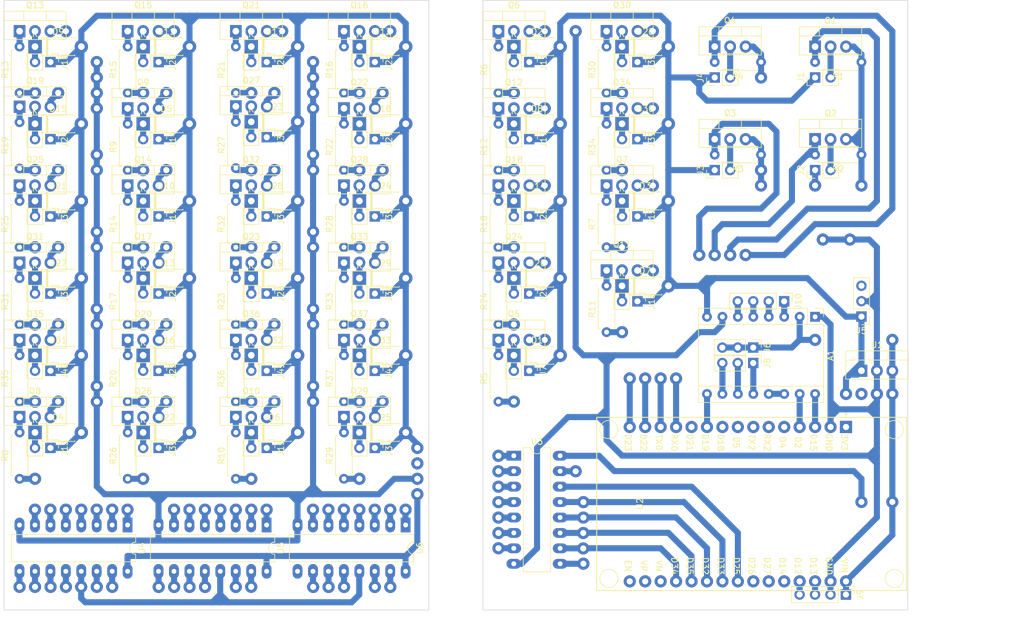
<source format=kicad_pcb>
(kicad_pcb (version 20211014) (generator pcbnew)
  (title_block (title "MIDI violina movement controller") (rev "1.00"))
  (layers (0 "F.Cu" signal) (31 "B.Cu" signal) (34 "B.Paste" user) (35 "F.Paste" user) (36 "B.SilkS" user "B.Silkscreen") (37 "F.SilkS" user "F.Silkscreen") (38 "B.Mask" user) (39 "F.Mask" user) (44 "Edge.Cuts" user))
  (net 0 "")
  (net 1 "+24V")
  (net 2 "+5V")
  (net 3 "GND")
  (net 4 "/Motor 2")
  (net 5 "/Motor 1")
  (net 6 "/Motor 3")
  (net 7 "/Motor 4")
  (net 8 "G# NOTE")
  (net 9 "D NOTE")
  (net 10 "G#2 NOTE")
  (net 11 "C2 NOTE")
  (net 12 "F#2 NOTE")
  (net 13 "STRING 1")
  (net 14 "A NOTE")
  (net 15 "D# NOTE")
  (net 16 "A2 NOTE")
  (net 17 "C#2 NOTE")
  (net 18 "G2 NOTE")
  (net 19 "STRING 2")
  (net 20 "A# NOTE")
  (net 21 "E NOTE")
  (net 22 "A#2 NOTE")
  (net 23 "D2 NOTE")
  (net 24 "G#3 NOTE")
  (net 25 "STRING 3")
  (net 26 "B NOTE")
  (net 27 "F NOTE")
  (net 28 "B2 NOTE")
  (net 29 "D#2 NOTE")
  (net 30 "A3 NOTE")
  (net 31 "STRING 4")
  (net 32 "C NOTE")
  (net 33 "F# NOTE")
  (net 34 "E2 NOTE")
  (net 35 "A#3 NOTE")
  (net 36 "C# NOTE")
  (net 37 "G NOTE")
  (net 38 "F2 NOTE")
  (net 39 "B3 NOTE")
  (net 40 "SHIFT I{slash}O")
  (net 41 "SHIFT CLOCK")
  (net 42 "SHIFT CLEAR")
  (net 43 "OUT ENABLE")
  (net 44 "LATCH")
  (net 45 "Net-(D1-Pad1)")
  (net 46 "Net-(D2-Pad1)")
  (net 47 "Net-(D3-Pad1)")
  (net 48 "Net-(D4-Pad1)")
  (net 49 "Net-(D5-Pad1)")
  (net 50 "Net-(D6-Pad1)")
  (net 51 "Net-(D7-Pad1)")
  (net 52 "Net-(D8-Pad1)")
  (net 53 "Net-(D9-Pad1)")
  (net 54 "Net-(D10-Pad1)")
  (net 55 "Net-(D11-Pad1)")
  (net 56 "Net-(D12-Pad1)")
  (net 57 "Net-(D13-Pad1)")
  (net 58 "Net-(D14-Pad1)")
  (net 59 "Net-(D15-Pad1)")
  (net 60 "Net-(D16-Pad1)")
  (net 61 "Net-(D17-Pad1)")
  (net 62 "Net-(D18-Pad1)")
  (net 63 "Net-(D19-Pad1)")
  (net 64 "Net-(D20-Pad1)")
  (net 65 "Net-(D21-Pad1)")
  (net 66 "Net-(D22-Pad1)")
  (net 67 "Net-(D23-Pad1)")
  (net 68 "Net-(D24-Pad1)")
  (net 69 "Net-(D25-Pad1)")
  (net 70 "Net-(D26-Pad1)")
  (net 71 "Net-(D27-Pad1)")
  (net 72 "Net-(D28-Pad1)")
  (net 73 "Net-(D29-Pad1)")
  (net 74 "Net-(D30-Pad1)")
  (net 75 "Net-(D31-Pad1)")
  (net 76 "Net-(D32-Pad1)")
  (net 77 "Net-(J1-Pad2)")
  (net 78 "Net-(J2-Pad2)")
  (net 79 "Net-(J3-Pad2)")
  (net 80 "Net-(J4-Pad2)")
  (net 82 "Net-(Q5-Pad1)")
  (net 83 "Net-(Q6-Pad1)")
  (net 84 "Net-(Q7-Pad1)")
  (net 85 "Net-(Q8-Pad1)")
  (net 86 "Net-(Q9-Pad1)")
  (net 87 "Net-(Q10-Pad1)")
  (net 88 "Net-(Q11-Pad1)")
  (net 89 "Net-(Q12-Pad1)")
  (net 90 "Net-(Q13-Pad1)")
  (net 91 "Net-(Q14-Pad1)")
  (net 92 "Net-(Q15-Pad1)")
  (net 93 "Net-(Q16-Pad1)")
  (net 94 "Net-(Q17-Pad1)")
  (net 95 "Net-(Q18-Pad1)")
  (net 96 "Net-(Q19-Pad1)")
  (net 97 "Net-(Q20-Pad1)")
  (net 98 "Net-(Q21-Pad1)")
  (net 99 "Net-(Q22-Pad1)")
  (net 100 "Net-(Q23-Pad1)")
  (net 101 "Net-(Q24-Pad1)")
  (net 102 "Net-(Q25-Pad1)")
  (net 103 "Net-(Q26-Pad1)")
  (net 104 "Net-(Q27-Pad1)")
  (net 105 "Net-(Q28-Pad1)")
  (net 106 "Net-(Q29-Pad1)")
  (net 107 "Net-(Q30-Pad1)")
  (net 108 "Net-(Q31-Pad1)")
  (net 109 "Net-(Q32-Pad1)")
  (net 110 "Net-(Q33-Pad1)")
  (net 111 "Net-(Q34-Pad1)")
  (net 112 "Net-(Q35-Pad1)")
  (net 113 "Net-(Q36-Pad1)")
  (net 124 "Net-(U3-Pad9)")
  (net 125 "Net-(U4-Pad9)")
  (net 126 "Net-(U5-Pad9)")
  (net 128 "Net-(A1-Pad3)")
  (net 129 "Net-(A1-Pad4)")
  (net 130 "Net-(A1-Pad5)")
  (net 131 "Net-(A1-Pad6)")
  (net 132 "/Enable")
  (net 133 "Net-(A1-Pad10)")
  (net 134 "Net-(A1-Pad11)")
  (net 135 "Net-(A1-Pad12)")
  (net 136 "Net-(A1-Pad13)")
  (net 137 "/Step")
  (net 138 "/Direction")
  (net 139 "Net-(D33-Pad1)")
  (net 140 "Net-(J9-Pad3)")
  (net 144 "Net-(J9-Pad4)")
  (net 145 "Net-(Q37-Pad1)")
  (footprint "Package_DIP:DIP-16_W7.62mm_LongPads" (layer "F.Cu") (at 135.875 125.715 -90)
    (fp_text reference "U6")
    (fp_text value "74AHC595")
  )
  (footprint "Package_TO_SOT_THT:TO-220-3_Vertical" (layer "F.Cu") (at 210.82 100.33)
    (fp_text reference "U1")
    (fp_text value "LM7805_TO220")
  )
  (footprint "Diode_THT:D_DO-41_SOD81_P7.62mm_Horizontal" (layer "F.Cu") (at 153.67 85.09)
    (fp_text reference "D20")
    (fp_text value "IN4001")
  )
  (footprint "Package_TO_SOT_THT:TO-220-3_Vertical" (layer "F.Cu") (at 90.17 57.15)
    (fp_text reference "Q9")
    (fp_text value "IRF540N")
  )
  (footprint "Diode_THT:D_DO-41_SOD81_P7.62mm_Horizontal" (layer "F.Cu") (at 110.49 85.09)
    (fp_text reference "D19")
    (fp_text value "IN4001")
  )
  (footprint "Diode_THT:D_DO-41_SOD81_P7.62mm_Horizontal" (layer "F.Cu") (at 74.93 97.79)
    (fp_text reference "D31")
    (fp_text value "IN4001")
  )
  (footprint "Resistor_THT:R_Axial_DIN0207_L6.3mm_D2.5mm_P7.62mm_Horizontal" (layer "F.Cu") (at 90.17 105.41 90)
    (fp_text reference "R20")
    (fp_text value "220")
  )
  (footprint "Package_TO_SOT_THT:TO-220-3_Vertical" (layer "F.Cu") (at 125.73 82.55)
    (fp_text reference "Q33")
    (fp_text value "IRF540N")
  )
  (footprint "Diode_THT:D_DO-41_SOD81_P7.62mm_Horizontal" (layer "F.Cu") (at 92.71 46.99)
    (fp_text reference "D11")
    (fp_text value "IN4001")
  )
  (footprint "Resistor_THT:R_Axial_DIN0207_L6.3mm_D2.5mm_P7.62mm_Horizontal" (layer "F.Cu") (at 151.13 67.31 90)
    (fp_text reference "R12")
    (fp_text value "220")
  )
  (footprint "Resistor_THT:R_Axial_DIN0207_L6.3mm_D2.5mm_P7.62mm_Horizontal" (layer "F.Cu") (at 210.82 49.53 180)
    (fp_text reference "R1")
    (fp_text value "10 K")
  )
  (footprint "Connector_PinHeader_2.54mm:PinHeader_1x02_P2.54mm_Vertical" (layer "F.Cu") (at 113.03 87.63 -90)
    (fp_text reference "J28")
    (fp_text value "Solenoid")
  )
  (footprint "Connector_PinHeader_2.54mm:PinHeader_1x04_P2.54mm_Vertical" (layer "F.Cu") (at 208.27 137.16 -90)
    (fp_text reference "J9")
    (fp_text value "MIDI I/O")
  )
  (footprint "Connector_PinHeader_2.54mm:PinHeader_1x02_P2.54mm_Vertical" (layer "F.Cu") (at 77.47 87.63 -90)
    (fp_text reference "J36")
    (fp_text value "Solenoid")
  )
  (footprint "Package_TO_SOT_THT:TO-220-3_Vertical" (layer "F.Cu") (at 203.2 62.23)
    (fp_text reference "Q2")
    (fp_text value "IRF540N")
  )
  (footprint "Package_TO_SOT_THT:TO-220-3_Vertical" (layer "F.Cu") (at 90.17 44.45)
    (fp_text reference "Q15")
    (fp_text value "IRF540N")
  )
  (footprint "Package_TO_SOT_THT:TO-220-3_Vertical" (layer "F.Cu") (at 168.91 69.85)
    (fp_text reference "Q7")
    (fp_text value "IRF540N")
  )
  (footprint "Module:Pololu_Breakout-16_15.2x20.3mm" (layer "F.Cu") (at 203.2 91.45 -90)
    (fp_text reference "A1")
    (fp_text value "Pololu_Breakout_A4988")
  )
  (footprint "Diode_THT:D_DO-41_SOD81_P7.62mm_Horizontal" (layer "F.Cu") (at 153.67 46.99)
    (fp_text reference "D2")
    (fp_text value "IN4001")
  )
  (footprint "Package_TO_SOT_THT:TO-220-3_Vertical" (layer "F.Cu") (at 151.13 57.15)
    (fp_text reference "Q12")
    (fp_text value "IRF540N")
  )
  (footprint "Resistor_THT:R_Axial_DIN0207_L6.3mm_D2.5mm_P7.62mm_Horizontal" (layer "F.Cu") (at 151.13 105.41 90)
    (fp_text reference "R5")
    (fp_text value "220")
  )
  (footprint "Package_TO_SOT_THT:TO-220-3_Vertical" (layer "F.Cu") (at 151.13 82.55)
    (fp_text reference "Q24")
    (fp_text value "IRF540N")
  )
  (footprint "Package_TO_SOT_THT:TO-220-3_Vertical" (layer "F.Cu") (at 107.95 107.95)
    (fp_text reference "Q10")
    (fp_text value "IRF540N")
  )
  (footprint "Resistor_THT:R_Axial_DIN0207_L6.3mm_D2.5mm_P7.62mm_Horizontal" (layer "F.Cu") (at 90.17 92.71 90)
    (fp_text reference "R17")
    (fp_text value "220")
  )
  (footprint "Package_TO_SOT_THT:TO-220-3_Vertical" (layer "F.Cu") (at 107.95 82.55)
    (fp_text reference "Q23")
    (fp_text value "IRF540N")
  )
  (footprint "Package_TO_SOT_THT:TO-220-3_Vertical" (layer "F.Cu") (at 72.39 44.45)
    (fp_text reference "Q13")
    (fp_text value "IRF540N")
  )
  (footprint "Diode_THT:D_DO-41_SOD81_P7.62mm_Horizontal" (layer "F.Cu") (at 128.27 59.69)
    (fp_text reference "D18")
    (fp_text value "IN4001")
  )
  (footprint "Connector_PinHeader_2.54mm:PinHeader_1x02_P2.54mm_Vertical" (layer "F.Cu") (at 130.81 62.23 -90)
    (fp_text reference "J27")
    (fp_text value "Solenoid")
  )
  (footprint "Diode_THT:D_DO-41_SOD81_P7.62mm_Horizontal" (layer "F.Cu") (at 74.93 110.49)
    (fp_text reference "D4")
    (fp_text value "IN4001")
  )
  (footprint "Resistor_THT:R_Axial_DIN0207_L6.3mm_D2.5mm_P7.62mm_Horizontal" (layer "F.Cu") (at 72.39 118.11 90)
    (fp_text reference "R8")
    (fp_text value "220")
  )
  (footprint "Package_TO_SOT_THT:TO-220-3_Vertical" (layer "F.Cu") (at 203.2 46.99)
    (fp_text reference "Q1")
    (fp_text value "IRF540N")
  )
  (footprint "Connector_PinHeader_2.54mm:PinHeader_1x02_P2.54mm_Vertical" (layer "F.Cu") (at 186.69 67.31 90)
    (fp_text reference "J3")
    (fp_text value "Motor")
  )
  (footprint "Diode_THT:D_DO-41_SOD81_P7.62mm_Horizontal" (layer "F.Cu") (at 110.49 72.39)
    (fp_text reference "D28")
    (fp_text value "IN4001")
  )
  (footprint "Package_TO_SOT_THT:TO-220-3_Vertical" (layer "F.Cu") (at 90.17 95.25)
    (fp_text reference "Q20")
    (fp_text value "IRF540N")
  )
  (footprint "Resistor_THT:R_Axial_DIN0207_L6.3mm_D2.5mm_P7.62mm_Horizontal" (layer "F.Cu") (at 90.17 67.31 90)
    (fp_text reference "R9")
    (fp_text value "220")
  )
  (footprint "Resistor_THT:R_Axial_DIN0207_L6.3mm_D2.5mm_P7.62mm_Horizontal" (layer "F.Cu") (at 125.73 105.41 90)
    (fp_text reference "R37")
    (fp_text value "220")
  )
  (footprint "Resistor_THT:R_Axial_DIN0207_L6.3mm_D2.5mm_P7.62mm_Horizontal" (layer "F.Cu") (at 168.91 80.01 90)
    (fp_text reference "R7")
    (fp_text value "220")
  )
  (footprint "Connector_PinHeader_2.54mm:PinHeader_1x02_P2.54mm_Vertical" (layer "F.Cu") (at 156.21 62.23 -90)
    (fp_text reference "J17")
    (fp_text value "Solenoid")
  )
  (footprint "Resistor_THT:R_Axial_DIN0207_L6.3mm_D2.5mm_P7.62mm_Horizontal" (layer "F.Cu") (at 107.95 80.01 90)
    (fp_text reference "R32")
    (fp_text value "220")
  )
  (footprint "Connector_PinHeader_2.54mm:PinHeader_1x03_P2.54mm_Vertical" (layer "F.Cu") (at 210.82 91.425 180)
    (fp_text reference "J5")
    (fp_text value "Power in")
  )
  (footprint "Connector_PinHeader_2.54mm:PinHeader_1x02_P2.54mm_Vertical" (layer "F.Cu") (at 173.99 74.93 -90)
    (fp_text reference "J12")
    (fp_text value "Solenoid")
  )
  (footprint "Resistor_THT:R_Axial_DIN0207_L6.3mm_D2.5mm_P7.62mm_Horizontal" (layer "F.Cu") (at 125.73 54.61 90)
    (fp_text reference "R16")
    (fp_text value "220")
  )
  (footprint "Diode_THT:D_DO-41_SOD81_P7.62mm_Horizontal" (layer "F.Cu") (at 110.49 46.99)
    (fp_text reference "D17")
    (fp_text value "IN4001")
  )
  (footprint "Package_TO_SOT_THT:TO-220-3_Vertical" (layer "F.Cu") (at 151.13 69.85)
    (fp_text reference "Q18")
    (fp_text value "IRF540N")
  )
  (footprint "Connector_PinHeader_2.54mm:PinHeader_1x02_P2.54mm_Vertical" (layer "F.Cu") (at 95.25 49.53 -90)
    (fp_text reference "J20")
    (fp_text value "Solenoid")
  )
  (footprint "Connector_PinHeader_2.54mm:PinHeader_1x02_P2.54mm_Vertical" (layer "F.Cu") (at 95.25 100.33 -90)
    (fp_text reference "J25")
    (fp_text value "Solenoid")
  )
  (footprint "Resistor_THT:R_Axial_DIN0207_L6.3mm_D2.5mm_P7.62mm_Horizontal" (layer "F.Cu") (at 72.39 80.01 90)
    (fp_text reference "R25")
    (fp_text value "220")
  )
  (footprint "Package_TO_SOT_THT:TO-220-3_Vertical" (layer "F.Cu") (at 168.91 57.15)
    (fp_text reference "Q34")
    (fp_text value "IRF540N")
  )
  (footprint "Connector_PinHeader_2.54mm:PinHeader_1x02_P2.54mm_Vertical" (layer "F.Cu") (at 156.21 87.63 -90)
    (fp_text reference "J29")
    (fp_text value "Solenoid")
  )
  (footprint "Connector_PinHeader_2.54mm:PinHeader_1x02_P2.54mm_Vertical" (layer "F.Cu") (at 130.81 113.03 -90)
    (fp_text reference "J34")
    (fp_text value "Solenoid")
  )
  (footprint "Diode_THT:D_DO-41_SOD81_P7.62mm_Horizontal" (layer "F.Cu") (at 92.71 110.49)
    (fp_text reference "D22")
    (fp_text value "IN4001")
  )
  (footprint "Connector_PinHeader_2.54mm:PinHeader_1x02_P2.54mm_Vertical" (layer "F.Cu") (at 130.81 87.63 -90)
    (fp_text reference "J38")
    (fp_text value "Solenoid")
  )
  (footprint "Resistor_THT:R_Axial_DIN0207_L6.3mm_D2.5mm_P7.62mm_Horizontal" (layer "F.Cu") (at 90.17 54.61 90)
    (fp_text reference "R15")
    (fp_text value "220")
  )
  (footprint "Package_TO_SOT_THT:TO-220-3_Vertical" (layer "F.Cu") (at 125.73 107.95)
    (fp_text reference "Q29")
    (fp_text value "IRF540N")
  )
  (footprint "Connector_PinHeader_2.54mm:PinHeader_1x02_P2.54mm_Vertical" (layer "F.Cu") (at 95.25 113.03 -90)
    (fp_text reference "J31")
    (fp_text value "Solenoid")
  )
  (footprint "Diode_THT:D_DO-41_SOD81_P7.62mm_Horizontal" (layer "F.Cu") (at 74.93 59.69)
    (fp_text reference "D15")
    (fp_text value "IN4001")
  )
  (footprint "Package_TO_SOT_THT:TO-220-3_Vertical" (layer "F.Cu") (at 72.39 107.95)
    (fp_text reference "Q8")
    (fp_text value "IRF540N")
  )
  (footprint "Connector_PinHeader_2.54mm:PinHeader_1x02_P2.54mm_Vertical" (layer "F.Cu") (at 203.2 67.31 90)
    (fp_text reference "J2")
    (fp_text value "Motor")
  )
  (footprint "Resistor_THT:R_Axial_DIN0207_L6.3mm_D2.5mm_P7.62mm_Horizontal" (layer "F.Cu") (at 194.31 49.53 180)
    (fp_text reference "R4")
    (fp_text value "10 K")
  )
  (footprint "Package_TO_SOT_THT:TO-220-3_Vertical" (layer "F.Cu") (at 107.95 44.45)
    (fp_text reference "Q21")
    (fp_text value "IRF540N")
  )
  (footprint "Resistor_THT:R_Axial_DIN0207_L6.3mm_D2.5mm_P7.62mm_Horizontal" (layer "F.Cu") (at 72.39 92.71 90)
    (fp_text reference "R31")
    (fp_text value "220")
  )
  (footprint "Diode_THT:D_DO-41_SOD81_P7.62mm_Horizontal" (layer "F.Cu") (at 92.71 59.69)
    (fp_text reference "D5")
    (fp_text value "IN4001")
  )
  (footprint "Resistor_THT:R_Axial_DIN0207_L6.3mm_D2.5mm_P7.62mm_Horizontal" (layer "F.Cu") (at 151.13 92.71 90)
    (fp_text reference "R24")
    (fp_text value "220")
  )
  (footprint "Connector_PinHeader_2.54mm:PinHeader_1x02_P2.54mm_Vertical" (layer "F.Cu") (at 186.69 52.07 90)
    (fp_text reference "J4")
    (fp_text value "Motor")
  )
  (footprint "Connector_PinHeader_2.54mm:PinHeader_1x02_P2.54mm_Vertical" (layer "F.Cu") (at 203.2 52.07 90)
    (fp_text reference "J1")
    (fp_text value "Motor")
  )
  (footprint "Resistor_THT:R_Axial_DIN0207_L6.3mm_D2.5mm_P7.62mm_Horizontal" (layer "F.Cu") (at 107.95 66.985 90)
    (fp_text reference "R27")
    (fp_text value "220")
  )
  (footprint "Connector_PinHeader_2.54mm:PinHeader_1x02_P2.54mm_Vertical" (layer "F.Cu") (at 130.81 100.33 -90)
    (fp_text reference "J42")
    (fp_text value "Solenoid")
  )
  (footprint "Resistor_THT:R_Axial_DIN0207_L6.3mm_D2.5mm_P7.62mm_Horizontal" (layer "F.Cu") (at 168.91 67.31 90)
    (fp_text reference "R34")
    (fp_text value "220")
  )
  (footprint "Connector_PinHeader_2.54mm:PinHeader_1x02_P2.54mm_Vertical" (layer "F.Cu") (at 95.25 62.23 -90)
    (fp_text reference "J14")
    (fp_text value "Solenoid")
  )
  (footprint "Diode_THT:D_DO-41_SOD81_P7.62mm_Horizontal" (layer "F.Cu") (at 171.45 86.36)
    (fp_text reference "D7")
    (fp_text value "IN4001")
  )
  (footprint "Connector_PinHeader_2.54mm:PinHeader_1x02_P2.54mm_Vertical" (layer "F.Cu") (at 95.25 74.93 -90)
    (fp_text reference "J19")
    (fp_text value "Solenoid")
  )
  (footprint "Resistor_THT:R_Axial_DIN0207_L6.3mm_D2.5mm_P7.62mm_Horizontal" (layer "F.Cu") (at 125.73 92.71 90)
    (fp_text reference "R33")
    (fp_text value "220")
  )
  (footprint "Resistor_THT:R_Axial_DIN0207_L6.3mm_D2.5mm_P7.62mm_Horizontal" (layer "F.Cu") (at 107.95 105.41 90)
    (fp_text reference "R36")
    (fp_text value "220")
  )
  (footprint "Resistor_THT:R_Axial_DIN0207_L6.3mm_D2.5mm_P7.62mm_Horizontal" (layer "F.Cu") (at 125.73 80.01 90)
    (fp_text reference "R28")
    (fp_text value "220")
  )
  (footprint "Resistor_THT:R_Axial_DIN0207_L6.3mm_D2.5mm_P7.62mm_Horizontal" (layer "F.Cu") (at 168.91 93.98 90)
    (fp_text reference "R11")
    (fp_text value "220")
  )
  (footprint "Resistor_THT:R_Axial_DIN0207_L6.3mm_D2.5mm_P7.62mm_Horizontal" (layer "F.Cu") (at 72.39 67.05 90)
    (fp_text reference "R19")
    (fp_text value "220")
  )
  (footprint "Connector_PinHeader_2.54mm:PinHeader_1x02_P2.54mm_Vertical" (layer "F.Cu") (at 130.81 49.53 -90)
    (fp_text reference "J21")
    (fp_text value "Solenoid")
  )
  (footprint "Package_TO_SOT_THT:TO-220-3_Vertical" (layer "F.Cu") (at 72.39 82.55)
    (fp_text reference "Q31")
    (fp_text value "IRF540N")
  )
  (footprint "Resistor_THT:R_Axial_DIN0207_L6.3mm_D2.5mm_P7.62mm_Horizontal" (layer "F.Cu") (at 107.95 92.71 90)
    (fp_text reference "R23")
    (fp_text value "220")
  )
  (footprint "Connector_PinHeader_2.54mm:PinHeader_1x02_P2.54mm_Vertical" (layer "F.Cu") (at 173.99 62.23 -90)
    (fp_text reference "J39")
    (fp_text value "Solenoid")
  )
  (footprint "Resistor_THT:R_Axial_DIN0207_L6.3mm_D2.5mm_P7.62mm_Horizontal" (layer "F.Cu") (at 194.31 64.77 180)
    (fp_text reference "R3")
    (fp_text value "10 K")
  )
  (footprint "Connector_PinHeader_2.54mm:PinHeader_1x02_P2.54mm_Vertical" (layer "F.Cu") (at 113.03 49.53 -90)
    (fp_text reference "J26")
    (fp_text value "Solenoid")
  )
  (footprint "Connector_PinHeader_2.54mm:PinHeader_1x02_P2.54mm_Vertical" (layer "F.Cu") (at 113.03 61.905 -90)
    (fp_text reference "J32")
    (fp_text value "Solenoid")
  )
  (footprint "Package_TO_SOT_THT:TO-220-3_Vertical" (layer "F.Cu") (at 186.69 62.23)
    (fp_text reference "Q3")
    (fp_text value "IRF540N")
  )
  (footprint "Connector_PinHeader_2.54mm:PinHeader_1x02_P2.54mm_Vertical" (layer "F.Cu") (at 95.25 87.63 -90)
    (fp_text reference "J22")
    (fp_text value "Solenoid")
  )
  (footprint "Package_DIP:DIP-16_W7.62mm_LongPads" (layer "F.Cu") (at 153.655 114.315)
    (fp_text reference "U3")
    (fp_text value "74AHC595")
  )
  (footprint "Diode_THT:D_DO-41_SOD81_P7.62mm_Horizontal" (layer "F.Cu") (at 92.71 85.09)
    (fp_text reference "D13")
    (fp_text value "IN4001")
  )
  (footprint "Package_TO_SOT_THT:TO-220-3_Vertical" (layer "F.Cu") (at 90.17 82.55)
    (fp_text reference "Q17")
    (fp_text value "IRF540N")
  )
  (footprint "Package_TO_SOT_THT:TO-220-3_Vertical" (layer "F.Cu") (at 186.69 46.99)
    (fp_text reference "Q4")
    (fp_text value "IRF540N")
  )
  (footprint "Package_TO_SOT_THT:TO-220-3_Vertical" (layer "F.Cu") (at 168.91 44.45)
    (fp_text reference "Q30")
    (fp_text value "IRF540N")
  )
  (footprint "Diode_THT:D_DO-41_SOD81_P7.62mm_Horizontal" (layer "F.Cu") (at 171.45 46.99)
    (fp_text reference "D26")
    (fp_text value "IN4001")
  )
  (footprint "Package_DIP:DIP-16_W7.62mm_LongPads" (layer "F.Cu") (at 113.015 125.715 -90)
    (fp_text reference "U5")
    (fp_text value "74AHC595")
  )
  (footprint "Connector_PinHeader_2.54mm:PinHeader_1x02_P2.54mm_Vertical" (layer "F.Cu") (at 156.21 49.53 -90)
    (fp_text reference "J11")
    (fp_text value "Solenoid")
  )
  (footprint "Diode_THT:D_DO-41_SOD81_P7.62mm_Horizontal" (layer "F.Cu") (at 110.49 97.79)
    (fp_text reference "D32")
    (fp_text value "IN4001")
  )
  (footprint "Resistor_THT:R_Axial_DIN0207_L6.3mm_D2.5mm_P7.62mm_Horizontal" (layer "F.Cu") (at 107.95 54.61 90)
    (fp_text reference "R21")
    (fp_text value "220")
  )
  (footprint "Package_TO_SOT_THT:TO-220-3_Vertical" (layer "F.Cu") (at 107.95 56.825)
    (fp_text reference "Q27")
    (fp_text value "IRF540N")
  )
  (footprint "Diode_THT:D_DO-41_SOD81_P7.62mm_Horizontal" (layer "F.Cu") (at 92.71 97.79)
    (fp_text reference "D16")
    (fp_text value "IN4001")
  )
  (footprint "Diode_THT:D_DO-41_SOD81_P7.62mm_Horizontal" (layer "F.Cu") (at 153.67 97.79)
    (fp_text reference "D1")
    (fp_text value "IN4001")
  )
  (footprint "Package_TO_SOT_THT:TO-220-3_Vertical" (layer "F.Cu") (at 72.39 95.25)
    (fp_text reference "Q35")
    (fp_text value "IRF540N")
  )
  (footprint "Package_TO_SOT_THT:TO-220-3_Vertical" (layer "F.Cu") (at 125.73 57.15)
    (fp_text reference "Q22")
    (fp_text value "IRF540N")
  )
  (footprint "Resistor_THT:R_Axial_DIN0207_L6.3mm_D2.5mm_P7.62mm_Horizontal" (layer "F.Cu") (at 72.39 105.41 90)
    (fp_text reference "R35")
    (fp_text value "220")
  )
  (footprint "Connector_PinHeader_2.54mm:PinHeader_1x02_P2.54mm_Vertical" (layer "F.Cu") (at 77.47 74.93 -90)
    (fp_text reference "J30")
    (fp_text value "Solenoid")
  )
  (footprint "Connector_PinHeader_2.54mm:PinHeader_1x02_P2.54mm_Vertical" (layer "F.Cu") (at 113.03 74.93 -90)
    (fp_text reference "J37")
    (fp_text value "Solenoid")
  )
  (footprint "Resistor_THT:R_Axial_DIN0207_L6.3mm_D2.5mm_P7.62mm_Horizontal" (layer "F.Cu") (at 90.17 118.11 90)
    (fp_text reference "R26")
    (fp_text value "220")
  )
  (footprint "Package_TO_SOT_THT:TO-220-3_Vertical" (layer "F.Cu") (at 90.17 107.95)
    (fp_text reference "Q26")
    (fp_text value "IRF540N")
  )
  (footprint "Diode_THT:D_DO-41_SOD81_P7.62mm_Horizontal" (layer "F.Cu") (at 110.49 110.49)
    (fp_text reference "D6")
    (fp_text value "IN4001")
  )
  (footprint "Resistor_THT:R_Axial_DIN0207_L6.3mm_D2.5mm_P7.62mm_Horizontal" (layer "F.Cu") (at 72.39 54.61 90)
    (fp_text reference "R13")
    (fp_text value "220")
  )
  (footprint "Package_TO_SOT_THT:TO-220-3_Vertical" (layer "F.Cu") (at 151.13 44.45)
    (fp_text reference "Q6")
    (fp_text value "IRF540N")
  )
  (footprint "Diode_THT:D_DO-41_SOD81_P7.62mm_Horizontal" (layer "F.Cu") (at 153.67 72.39)
    (fp_text reference "D14")
    (fp_text value "IN4001")
  )
  (footprint "Resistor_THT:R_Axial_DIN0207_L6.3mm_D2.5mm_P7.62mm_Horizontal" (layer "F.Cu") (at 125.73 118.11 90)
    (fp_text reference "R29")
    (fp_text value "220")
  )
  (footprint "Connector_PinHeader_2.54mm:PinHeader_1x02_P2.54mm_Vertical" (layer "F.Cu") (at 77.47 49.53 -90)
    (fp_text reference "J18")
    (fp_text value "Solenoid")
  )
  (footprint "Diode_THT:D_DO-41_SOD81_P7.62mm_Horizontal" (layer "F.Cu") (at 128.27 85.09)
    (fp_text reference "D29")
    (fp_text value "IN4001")
  )
  (footprint "Connector_PinHeader_2.54mm:PinHeader_1x04_P2.54mm_Vertical" (layer "F.Cu") (at 198.11 88.9 -90)
    (fp_text reference "J10")
    (fp_text value "STEPPER OUT")
  )
  (footprint "Resistor_THT:R_Axial_DIN0207_L6.3mm_D2.5mm_P7.62mm_Horizontal" (layer "F.Cu") (at 151.13 80.01 90)
    (fp_text reference "R18")
    (fp_text value "220")
  )
  (footprint "Resistor_THT:R_Axial_DIN0207_L6.3mm_D2.5mm_P7.62mm_Horizontal" (layer "F.Cu") (at 125.73 67.31 90)
    (fp_text reference "R22")
    (fp_text value "220")
  )
  (footprint "Connector_PinHeader_2.54mm:PinHeader_1x02_P2.54mm_Vertical" (layer "F.Cu") (at 156.21 100.33 -90)
    (fp_text reference "J7")
    (fp_text value "Solenoid")
  )
  (footprint "Resistor_THT:R_Axial_DIN0207_L6.3mm_D2.5mm_P7.62mm_Horizontal" (layer "F.Cu") (at 210.82 64.77 180)
    (fp_text reference "R2")
    (fp_text value "10 K")
  )
  (footprint "Connector_PinHeader_2.54mm:PinHeader_1x03_P2.54mm_Vertical" (layer "F.Cu") (at 193.025 99.06 -90)
    (fp_text reference "J8")
    (fp_text value "Microstep Bridge")
  )
  (footprint "Package_TO_SOT_THT:TO-220-3_Vertical" (layer "F.Cu") (at 125.73 69.85)
    (fp_text reference "Q28")
    (fp_text value "IRF540N")
  )
  (footprint "Diode_THT:D_DO-41_SOD81_P7.62mm_Horizontal" (layer "F.Cu") (at 128.27 46.99)
    (fp_text reference "D12")
    (fp_text value "IN4001")
  )
  (footprint "ESP32 SnapEDA:MODULE_ESP32_DEVKIT_V1" (layer "F.Cu") (at 191.77 121.92 -90)
    (fp_text reference "U2")
    (fp_text value "ESP32-DEVKIT-V1")
  )
  (footprint "Diode_THT:D_DO-41_SOD81_P7.62mm_Horizontal" (layer "F.Cu") (at 128.27 110.49)
    (fp_text reference "D25")
    (fp_text value "IN4001")
  )
  (footprint "Connector_PinHeader_2.54mm:PinHeader_1x02_P2.54mm_Vertical" (layer "F.Cu") (at 173.99 49.53 -90)
    (fp_text reference "J35")
    (fp_text value "Solenoid")
  )
  (footprint "Diode_THT:D_DO-41_SOD81_P7.62mm_Horizontal" (layer "F.Cu") (at 153.67 59.69)
    (fp_text reference "D8")
    (fp_text value "IN4001")
  )
  (footprint "Diode_THT:D_DO-41_SOD81_P7.62mm_Horizontal" (layer "F.Cu") (at 128.27 72.39)
    (fp_text reference "D24")
    (fp_text value "IN4001")
  )
  (footprint "Diode_THT:D_DO-41_SOD81_P7.62mm_Horizontal" (layer "F.Cu") (at 74.93 72.39)
    (fp_text reference "D21")
    (fp_text value "IN4001")
  )
  (footprint "Resistor_THT:R_Axial_DIN0207_L6.3mm_D2.5mm_P7.62mm_Horizontal" (layer "F.Cu") (at 151.13 54.61 90)
    (fp_text reference "R6")
    (fp_text value "220")
  )
  (footprint "Connector_PinHeader_2.54mm:PinHeader_1x02_P2.54mm_Vertical" (layer "F.Cu") (at 77.47 62.23 -90)
    (fp_text reference "J24")
    (fp_text value "Solenoid")
  )
  (footprint "Connector_PinHeader_2.54mm:PinHeader_1x02_P2.54mm_Vertical" (layer "F.Cu") (at 130.81 74.93 -90)
    (fp_text reference "J33")
    (fp_text value "Solenoid")
  )
  (footprint "Diode_THT:D_DO-41_SOD81_P7.62mm_Horizontal" (layer "F.Cu") (at 74.93 46.99)
    (fp_text reference "D9")
    (fp_text value "IN4001")
  )
  (footprint "Resistor_THT:R_Axial_DIN0207_L6.3mm_D2.5mm_P7.62mm_Horizontal" (layer "F.Cu") (at 107.95 118.11 90)
    (fp_text reference "R10")
    (fp_text value "220")
  )
  (footprint "Diode_THT:D_DO-41_SOD81_P7.62mm_Horizontal" (layer "F.Cu") (at 74.93 85.09)
    (fp_text reference "D27")
    (fp_text value "IN4001")
  )
  (footprint "Diode_THT:D_DO-41_SOD81_P7.62mm_Horizontal" (layer "F.Cu") (at 128.27 97.79)
    (fp_text reference "D33")
    (fp_text value "IN4001")
  )
  (footprint "Package_TO_SOT_THT:TO-220-3_Vertical" (layer "F.Cu") (at 151.13 95.25)
    (fp_text reference "Q5")
    (fp_text value "IRF540N")
  )
  (footprint "Package_TO_SOT_THT:TO-220-3_Vertical" (layer "F.Cu") (at 72.39 69.85)
    (fp_text reference "Q25")
    (fp_text value "IRF540N")
  )
  (footprint "Diode_THT:D_DO-41_SOD81_P7.62mm_Horizontal" (layer "F.Cu") (at 171.45 59.69)
    (fp_text reference "D30")
    (fp_text value "IN4001")
  )
  (footprint "Connector_PinHeader_2.54mm:PinHeader_1x02_P2.54mm_Vertical" (layer "F.Cu") (at 156.21 74.93 -90)
    (fp_text reference "J23")
    (fp_text value "Solenoid")
  )
  (footprint "Package_TO_SOT_THT:TO-220-3_Vertical" (layer "F.Cu") (at 107.95 69.85)
    (fp_text reference "Q32")
    (fp_text value "IRF540N")
  )
  (footprint "Connector_PinHeader_2.54mm:PinHeader_1x02_P2.54mm_Vertical" (layer "F.Cu") (at 113.03 113.03 -90)
    (fp_text reference "J15")
    (fp_text value "Solenoid")
  )
  (footprint "Package_TO_SOT_THT:TO-220-3_Vertical" (layer "F.Cu") (at 72.39 56.89)
    (fp_text reference "Q19")
    (fp_text value "IRF540N")
  )
  (footprint "Package_TO_SOT_THT:TO-220-3_Vertical" (layer "F.Cu") (at 107.95 95.25)
    (fp_text reference "Q36")
    (fp_text value "IRF540N")
  )
  (footprint "Diode_THT:D_DO-41_SOD81_P7.62mm_Horizontal" (layer "F.Cu") (at 110.49 59.365)
    (fp_text reference "D23")
    (fp_text value "IN4001")
  )
  (footprint "Package_TO_SOT_THT:TO-220-3_Vertical" (layer "F.Cu") (at 90.17 69.85)
    (fp_text reference "Q14")
    (fp_text value "IRF540N")
  )
  (footprint "Package_TO_SOT_THT:TO-220-3_Vertical" (layer "F.Cu") (at 125.73 44.45)
    (fp_text reference "Q16")
    (fp_text value "IRF540N")
  )
  (footprint "Diode_THT:D_DO-41_SOD81_P7.62mm_Horizontal" (layer "F.Cu") (at 92.71 72.39)
    (fp_text reference "D10")
    (fp_text value "IN4001")
  )
  (footprint "Connector_PinHeader_2.54mm:PinHeader_1x02_P2.54mm_Vertical" (layer "F.Cu") (at 173.99 88.9 -90)
    (fp_text reference "J16")
    (fp_text value "Solenoid")
  )
  (footprint "Package_TO_SOT_THT:TO-220-3_Vertical" (layer "F.Cu") (at 168.91 83.82)
    (fp_text reference "Q11")
    (fp_text value "IRF540N")
  )
  (footprint "Diode_THT:D_DO-41_SOD81_P7.62mm_Horizontal" (layer "F.Cu") (at 171.45 72.39)
    (fp_text reference "D3")
    (fp_text value "IN4001")
  )
  (footprint "Package_TO_SOT_THT:TO-220-3_Vertical" (layer "F.Cu") (at 125.73 95.25)
    (fp_text reference "Q37")
    (fp_text value "IRF540N")
  )
  (footprint "Connector_PinHeader_2.54mm:PinHeader_1x02_P2.54mm_Vertical" (layer "F.Cu") (at 77.47 100.33 -90)
    (fp_text reference "J40")
    (fp_text value "Solenoid")
  )
  (footprint "Connector_PinHeader_2.54mm:PinHeader_1x02_P2.54mm_Vertical" (layer "F.Cu") (at 113.03 100.33 -90)
    (fp_text reference "J41")
    (fp_text value "Solenoid")
  )
  (footprint "Resistor_THT:R_Axial_DIN0207_L6.3mm_D2.5mm_P7.62mm_Horizontal" (layer "F.Cu") (at 168.91 54.61 90)
    (fp_text reference "R30")
    (fp_text value "220")
  )
  (footprint "Package_DIP:DIP-16_W7.62mm_LongPads" (layer "F.Cu") (at 90.155 125.715 -90)
    (fp_text reference "U4")
    (fp_text value "74AHC595")
  )
  (footprint "Connector_PinHeader_2.54mm:PinHeader_1x03_P2.54mm_Vertical" (layer "F.Cu") (at 193.025 96.52 -90)
    (fp_text reference "J6")
    (fp_text value "MSB 2")
  )
  (footprint "Resistor_THT:R_Axial_DIN0207_L6.3mm_D2.5mm_P7.62mm_Horizontal" (layer "F.Cu") (at 90.17 80.01 90)
    (fp_text reference "R14")
    (fp_text value "220")
  )
  (footprint "Connector_PinHeader_2.54mm:PinHeader_1x02_P2.54mm_Vertical" (layer "F.Cu") (at 77.47 113.03 -90)
    (fp_text reference "J13")
    (fp_text value "Solenoid")
  )
  (gr_rect (start 139.685 139.7) (end 69.835 39.37) (layer "Edge.Cuts") (width 0.1) (fill none))
  (gr_rect (start 218.44 139.7) (end 148.59 39.37) (layer "Edge.Cuts") (width 0.1) (fill none))
  (via (at 210.82 104.14) (size 2) (drill 1) (layers "F.Cu" "B.Cu") (net 0))
  (via (at 137.795 115.57) (size 2) (drill 1) (layers "F.Cu" "B.Cu") (net 0))
  (via (at 203.2 69.85) (size 2) (drill 1) (layers "F.Cu" "B.Cu") (net 1))
  (via (at 208.28 104.14) (size 2) (drill 1) (layers "F.Cu" "B.Cu") (net 1))
  (via (at 137.795 113.03) (size 2) (drill 1) (layers "F.Cu" "B.Cu") (net 1))
  (segment (start 185.39 86.36) (end 185.405 86.345) (width 1) (layer "B.Cu") (net 1))
  (segment (start 177.8 60.96) (end 179.07 60.96) (width 1) (layer "B.Cu") (net 1))
  (segment (start 158.75 87.63) (end 160.02 86.36) (width 1) (layer "B.Cu") (net 1))
  (segment (start 97.79 113.03) (end 100.33 110.49) (width 1) (layer "B.Cu") (net 1))
  (segment (start 160.02 73.66) (end 161.29 73.66) (width 1) (layer "B.Cu") (net 1))
  (segment (start 137.795 113.03) (end 137.795 112.395) (width 1) (layer "B.Cu") (net 1))
  (segment (start 135.89 60.96) (end 135.89 73.66) (width 1) (layer "B.Cu") (net 1))
  (segment (start 160.02 86.36) (end 161.29 86.36) (width 1) (layer "B.Cu") (net 1))
  (segment (start 113.03 100.33) (end 115.57 100.33) (width 1) (layer "B.Cu") (net 1))
  (segment (start 184.15 52.07) (end 182.88 52.07) (width 1) (layer "B.Cu") (net 1))
  (segment (start 81.28 99.06) (end 82.55 97.79) (width 1) (layer "B.Cu") (net 1))
  (segment (start 199.39 55.88) (end 185.42 55.88) (width 1) (layer "B.Cu") (net 1))
  (segment (start 210.185 100.965) (end 208.915 100.965) (width 1) (layer "B.Cu") (net 1))
  (segment (start 118.11 99.06) (end 118.11 110.5225) (width 1) (layer "B.Cu") (net 1))
  (segment (start 161.29 86.36) (end 161.29 85.09) (width 1) (layer "B.Cu") (net 1))
  (segment (start 118.11 41.91) (end 118.11 43.18) (width 1) (layer "B.Cu") (net 1))
  (segment (start 118.11 46.99) (end 118.11 48.26) (width 1) (layer "B.Cu") (net 1))
  (segment (start 95.25 62.23) (end 97.79 62.23) (width 1) (layer "B.Cu") (net 1))
  (segment (start 81.28 48.26) (end 80.01 49.53) (width 1) (layer "B.Cu") (net 1))
  (segment (start 158.75 74.93) (end 160.02 73.66) (width 1) (layer "B.Cu") (net 1))
  (segment (start 133.35 113.03) (end 135.89 110.49) (width 1) (layer "B.Cu") (net 1))
  (segment (start 118.11 43.18) (end 118.11 46.99) (width 1) (layer "B.Cu") (net 1))
  (segment (start 82.55 46.99) (end 82.55 48.26) (width 1) (layer "B.Cu") (net 1))
  (segment (start 95.25 49.53) (end 97.79 49.53) (width 1) (layer "B.Cu") (net 1))
  (segment (start 101.6 41.91) (end 100.33 41.91) (width 1) (layer "B.Cu") (net 1))
  (segment (start 184.15 53.34) (end 182.88 52.07) (width 1) (layer "B.Cu") (net 1))
  (segment (start 186.69 67.31) (end 179.07 67.31) (width 1) (layer "B.Cu") (net 1))
  (segment (start 186.69 85.09) (end 185.42 85.09) (width 1) (layer "B.Cu") (net 1))
  (segment (start 99.06 60.96) (end 100.33 60.96) (width 1) (layer "B.Cu") (net 1))
  (segment (start 184.15 86.36) (end 184.18 86.36) (width 1) (layer "B.Cu") (net 1))
  (segment (start 162.56 41.91) (end 177.8 41.91) (width 1) (layer "B.Cu") (net 1))
  (segment (start 130.81 113.03) (end 133.35 113.03) (width 1) (layer "B.Cu") (net 1))
  (segment (start 177.8 41.91) (end 179.07 43.18) (width 1) (layer "B.Cu") (net 1))
  (segment (start 99.06 73.66) (end 100.33 72.39) (width 1) (layer "B.Cu") (net 1))
  (segment (start 100.33 43.18) (end 101.6 41.91) (width 1) (layer "B.Cu") (net 1))
  (segment (start 184.18 86.36) (end 185.435 87.615) (width 1) (layer "B.Cu") (net 1))
  (segment (start 100.33 48.26) (end 100.33 60.96) (width 1) (layer "B.Cu") (net 1))
  (segment (start 135.89 73.66) (end 135.89 86.36) (width 1) (layer "B.Cu") (net 1))
  (segment (start 100.33 99.06) (end 100.33 110.5225) (width 1) (layer "B.Cu") (net 1))
  (segment (start 116.84 60.96) (end 118.11 60.96) (width 1) (layer "B.Cu") (net 1))
  (segment (start 116.84 99.06) (end 118.11 99.06) (width 1) (layer "B.Cu") (net 1))
  (segment (start 134.62 99.06) (end 135.89 99.06) (width 1) (layer "B.Cu") (net 1))
  (segment (start 119.38 41.91) (end 118.11 43.18) (width 1) (layer "B.Cu") (net 1))
  (segment (start 100.33 43.18) (end 100.33 46.99) (width 1) (layer "B.Cu") (net 1))
  (segment (start 135.89 46.99) (end 135.89 48.26) (width 1) (layer "B.Cu") (net 1))
  (segment (start 177.8 48.26) (end 179.07 46.99) (width 1) (layer "B.Cu") (net 1))
  (segment (start 184.15 53.34) (end 185.42 52.07) (width 1) (layer "B.Cu") (net 1))
  (segment (start 177.8 73.66) (end 179.07 73.66) (width 1) (layer "B.Cu") (net 1))
  (segment (start 134.62 73.66) (end 135.89 73.66) (width 1) (layer "B.Cu") (net 1))
  (segment (start 97.79 100.33) (end 99.06 99.06) (width 1) (layer "B.Cu") (net 1))
  (segment (start 134.62 48.26) (end 135.89 46.99) (width 1) (layer "B.Cu") (net 1))
  (segment (start 180.34 86.36) (end 179.07 86.36) (width 1) (layer "B.Cu") (net 1))
  (segment (start 118.11 43.18) (end 116.84 41.91) (width 1) (layer "B.Cu") (net 1))
  (segment (start 185.42 52.07) (end 184.15 52.07) (width 1) (layer "B.Cu") (net 1))
  (segment (start 158.75 49.53) (end 160.02 48.26) (width 1) (layer "B.Cu") (net 1))
  (segment (start 179.07 85.09) (end 179.07 86.36) (width 1) (layer "B.Cu") (net 1))
  (segment (start 134.62 73.66) (end 135.89 72.39) (width 1) (layer "B.Cu") (net 1))
  (segment (start 185.435 85.105) (end 185.42 85.09) (width 1) (layer "B.Cu") (net 1))
  (segment (start 77.47 74.93) (end 80.01 74.93) (width 1) (layer "B.Cu") (net 1))
  (segment (start 208.28 101.6) (end 208.28 104.14) (width 1) (layer "B.Cu") (net 1))
  (segment (start 160.02 86.36) (end 161.29 85.09) (width 1) (layer "B.Cu") (net 1))
  (segment (start 116.84 86.36) (end 118.11 86.36) (width 1) (layer "B.Cu") (net 1))
  (segment (start 99.06 73.66) (end 100.33 73.66) (width 1) (layer "B.Cu") (net 1))
  (segment (start 130.81 62.23) (end 133.35 62.23) (width 1) (layer "B.Cu") (net 1))
  (segment (start 161.29 43.18) (end 162.56 41.91) (width 1) (layer "B.Cu") (net 1))
  (segment (start 116.84 73.66) (end 118.11 73.66) (width 1) (layer "B.Cu") (net 1))
  (segment (start 118.11 86.36) (end 118.11 99.06) (width 1) (layer "B.Cu") (net 1))
  (segment (start 97.79 87.63) (end 99.06 86.36) (width 1) (layer "B.Cu") (net 1))
  (segment (start 82.55 46.99) (end 81.28 48.26) (width 1) (layer "B.Cu") (net 1))
  (segment (start 82.55 86.36) (end 82.55 99.06) (width 1) (layer "B.Cu") (net 1))
  (segment (start 209.55 100.33) (end 210.82 100.33) (width 1) (layer "B.Cu") (net 1))
  (segment (start 177.8 60.96) (end 179.07 59.69) (width 1) (layer "B.Cu") (net 1))
  (segment (start 156.21 62.23) (end 158.75 62.23) (width 1) (layer "B.Cu") (net 1))
  (segment (start 95.25 100.33) (end 97.79 100.33) (width 1) (layer "B.Cu") (net 1))
  (segment (start 81.28 48.26) (end 82.55 48.26) (width 1) (layer "B.Cu") (net 1))
  (segment (start 160.02 60.96) (end 161.29 59.69) (width 1) (layer "B.Cu") (net 1))
  (segment (start 210.82 100.33) (end 210.185 100.965) (width 1) (layer "B.Cu") (net 1))
  (segment (start 133.35 74.93) (end 134.62 73.66) (width 1) (layer "B.Cu") (net 1))
  (segment (start 210.82 100.33) (end 210.82 99.06) (width 1) (layer "B.Cu") (net 1))
  (segment (start 173.99 74.93) (end 176.53 74.93) (width 1) (layer "B.Cu") (net 1))
  (segment (start 203.2 52.07) (end 199.39 55.88) (width 1) (layer "B.Cu") (net 1))
  (segment (start 185.435 86.345) (end 186.69 85.09) (width 1) (layer "B.Cu") (net 1))
  (segment (start 99.06 48.26) (end 100.33 48.26) (width 1) (layer "B.Cu") (net 1))
  (segment (start 113.03 113.03) (end 115.57 113.03) (width 1) (layer "B.Cu") (net 1))
  (segment (start 185.435 86.345) (end 185.435 85.105) (width 1) (layer "B.Cu") (net 1))
  (segment (start 160.02 48.26) (end 161.29 48.26) (width 1) (layer "B.Cu") (net 1))
  (segment (start 209.55 100.33) (end 210.82 99.06) (width 1) (layer "B.Cu") (net 1))
  (segment (start 179.07 48.26) (end 179.07 60.96) (width 1) (layer "B.Cu") (net 1))
  (segment (start 201.93 85.09) (end 208.265 91.425) (width 1) (layer "B.Cu") (net 1))
  (segment (start 81.28 99.06) (end 82.55 99.06) (width 1) (layer "B.Cu") (net 1))
  (segment (start 82.55 73.66) (end 82.55 86.36) (width 1) (layer "B.Cu") (net 1))
  (segment (start 210.82 99.06) (end 210.82 91.425) (width 1) (layer "B.Cu") (net 1))
  (segment (start 100.33 41.91) (end 99.06 41.91) (width 1) (layer "B.Cu") (net 1))
  (segment (start 134.62 86.36) (end 135.89 85.09) (width 1) (layer "B.Cu") (net 1))
  (segment (start 81.28 86.36) (end 82.55 85.09) (width 1) (layer "B.Cu") (net 1))
  (segment (start 95.25 74.93) (end 97.79 74.93) (width 1) (layer "B.Cu") (net 1))
  (segment (start 80.01 49.53) (end 77.47 49.53) (width 1) (layer "B.Cu") (net 1))
  (segment (start 161.29 60.96) (end 161.29 48.26) (width 1) (layer "B.Cu") (net 1))
  (segment (start 118.11 60.96) (end 118.11 73.66) (width 1) (layer "B.Cu") (net 1))
  (segment (start 99.06 99.06) (end 100.33 97.79) (width 1) (layer "B.Cu") (net 1))
  (segment (start 115.57 74.93) (end 116.84 73.66) (width 1) (layer "B.Cu") (net 1))
  (segment (start 158.75 62.23) (end 160.02 60.96) (width 1) (layer "B.Cu") (net 1))
  (segment (start 80.01 100.33) (end 81.28 99.06) (width 1) (layer "B.Cu") (net 1))
  (segment (start 134.62 99.06) (end 135.89 97.79) (width 1) (layer "B.Cu") (net 1))
  (segment (start 80.01 62.23) (end 81.28 60.96) (width 1) (layer "B.Cu") (net 1))
  (segment (start 137.795 112.395) (end 135.89 110.49) (width 1) (layer "B.Cu") (net 1))
  (segment (start 176.53 49.53) (end 177.8 48.26) (width 1) (layer "B.Cu") (net 1))
  (segment (start 115.57 113.03) (end 118.11 110.49) (width 1) (layer "B.Cu") (net 1))
  (segment (start 158.75 100.33) (end 161.29 97.79) (width 1) (layer "B.Cu") (net 1))
  (segment (start 184.15 86.36) (end 185.42 85.09) (width 1) (layer "B.Cu") (net 1))
  (segment (start 208.265 91.425) (end 210.82 91.425) (width 1) (layer "B.Cu") (net 1))
  (segment (start 116.84 60.96) (end 118.11 59.69) (width 1) (layer "B.Cu") (net 1))
  (segment (start 208.915 100.965) (end 208.28 101.6) (width 1) (layer "B.Cu") (net 1))
  (segment (start 208.915 100.965) (end 209.55 100.33) (width 1) (layer "B.Cu") (net 1))
  (segment (start 173.99 62.23) (end 176.53 62.23) (width 1) (layer "B.Cu") (net 1))
  (segment (start 113.03 49.53) (end 115.57 49.53) (width 1) (layer "B.Cu") (net 1))
  (segment (start 77.47 100.33) (end 80.01 100.33) (width 1) (layer "B.Cu") (net 1))
  (segment (start 185.435 91.44) (end 185.435 87.615) (width 1) (layer "B.Cu") (net 1))
  (segment (start 161.29 85.09) (end 161.29 73.66) (width 1) (layer "B.Cu") (net 1))
  (segment (start 113.03 87.63) (end 115.57 87.63) (width 1) (layer "B.Cu") (net 1))
  (segment (start 99.06 86.36) (end 100.33 86.36) (width 1) (layer "B.Cu") (net 1))
  (segment (start 185.405 86.345) (end 185.435 86.345) (width 1) (layer "B.Cu") (net 1))
  (segment (start 82.55 48.26) (end 82.55 60.96) (width 1) (layer "B.Cu") (net 1))
  (segment (start 100.33 41.91) (end 100.33 43.18) (width 1) (layer "B.Cu") (net 1))
  (segment (start 133.35 49.53) (end 134.62 48.26) (width 1) (layer "B.Cu") (net 1))
  (segment (start 95.25 113.03) (end 97.79 113.03) (width 1) (layer "B.Cu") (net 1))
  (segment (start 100.33 60.96) (end 100.33 73.66) (width 1) (layer "B.Cu") (net 1))
  (segment (start 119.38 41.91) (end 118.11 41.91) (width 1) (layer "B.Cu") (net 1))
  (segment (start 179.07 73.66) (end 179.07 85.09) (width 1) (layer "B.Cu") (net 1))
  (segment (start 201.93 85.09) (end 186.69 85.09) (width 1) (layer "B.Cu") (net 1))
  (segment (start 135.89 43.18) (end 134.62 41.91) (width 1) (layer "B.Cu") (net 1))
  (segment (start 97.79 74.93) (end 99.06 73.66) (width 1) (layer "B.Cu") (net 1))
  (segment (start 80.01 113.03) (end 82.55 110.49) (width 1) (layer "B.Cu") (net 1))
  (segment (start 116.84 86.36) (end 118.11 85.09) (width 1) (layer "B.Cu") (net 1))
  (segment (start 184.15 53.34) (end 184.15 52.07) (width 1) (layer "B.Cu") (net 1))
  (segment (start 116.84 73.66) (end 118.11 72.39) (width 1) (layer "B.Cu") (net 1))
  (segment (start 161.29 48.26) (end 161.29 43.18) (width 1) (layer "B.Cu") (net 1))
  (segment (start 156.21 49.53) (end 158.75 49.53) (width 1) (layer "B.Cu") (net 1))
  (segment (start 81.28 73.66) (end 82.55 73.66) (width 1) (layer "B.Cu") (net 1))
  (segment (start 176.53 88.9) (end 179.07 86.36) (width 1) (layer "B.Cu") (net 1))
  (segment (start 177.8 48.26) (end 179.07 48.26) (width 1) (layer "B.Cu") (net 1))
  (segment (start 176.53 62.23) (end 177.8 60.96) (width 1) (layer "B.Cu") (net 1))
  (segment (start 115.57 49.53) (end 116.84 48.26) (width 1) (layer "B.Cu") (net 1))
  (segment (start 82.55 99.06) (end 82.55 110.49) (width 1) (layer "B.Cu") (net 1))
  (segment (start 160.02 73.66) (end 161.29 72.39) (width 1) (layer "B.Cu") (net 1))
  (segment (start 177.8 73.66) (end 179.07 72.39) (width 1) (layer "B.Cu") (net 1))
  (segment (start 184.15 54.61) (end 184.15 53.34) (width 1) (layer "B.Cu") (net 1))
  (segment (start 97.79 62.23) (end 99.06 60.96) (width 1) (layer "B.Cu") (net 1))
  (segment (start 134.62 86.36) (end 135.89 86.36) (width 1) (layer "B.Cu") (net 1))
  (segment (start 99.06 99.06) (end 100.33 99.06) (width 1) (layer "B.Cu") (net 1))
  (segment (start 130.81 74.93) (end 133.35 74.93) (width 1) (layer "B.Cu") (net 1))
  (segment (start 77.47 113.03) (end 80.01 113.03) (width 1) (layer "B.Cu") (net 1))
  (segment (start 182.88 52.07) (end 179.07 52.07) (width 1) (layer "B.Cu") (net 1))
  (segment (start 116.84 41.91) (end 101.6 41.91) (width 1) (layer "B.Cu") (net 1))
  (segment (start 185.435 87.615) (end 185.435 86.345) (width 1) (layer "B.Cu") (net 1))
  (segment (start 133.35 100.33) (end 134.62 99.06) (width 1) (layer "B.Cu") (net 1))
  (segment (start 185.42 55.88) (end 184.15 54.61) (width 1) (layer "B.Cu") (net 1))
  (segment (start 134.62 48.26) (end 135.89 48.26) (width 1) (layer "B.Cu") (net 1))
  (segment (start 130.81 87.63) (end 133.35 87.63) (width 1) (layer "B.Cu") (net 1))
  (segment (start 115.57 87.63) (end 116.84 86.36) (width 1) (layer "B.Cu") (net 1))
  (segment (start 100.33 46.99) (end 100.33 48.26) (width 1) (layer "B.Cu") (net 1))
  (segment (start 179.07 43.18) (end 179.07 48.26) (width 1) (layer "B.Cu") (net 1))
  (segment (start 160.02 48.26) (end 161.29 46.99) (width 1) (layer "B.Cu") (net 1))
  (segment (start 179.07 60.96) (end 179.07 68.58) (width 1) (layer "B.Cu") (net 1))
  (segment (start 113.03 74.93) (end 115.57 74.93) (width 1) (layer "B.Cu") (net 1))
  (segment (start 118.11 48.26) (end 118.11 60.96) (width 1) (layer "B.Cu") (net 1))
  (segment (start 85.09 41.91) (end 99.06 41.91) (width 1) (layer "B.Cu") (net 1))
  (segment (start 135.89 99.06) (end 135.89 110.5225) (width 1) (layer "B.Cu") (net 1))
  (segment (start 184.15 86.36) (end 185.39 86.36) (width 1) (layer "B.Cu") (net 1))
  (segment (start 100.33 73.66) (end 100.33 86.36) (width 1) (layer "B.Cu") (net 1))
  (segment (start 82.55 44.45) (end 85.09 41.91) (width 1) (layer "B.Cu") (net 1))
  (segment (start 116.84 48.26) (end 118.11 48.26) (width 1) (layer "B.Cu") (net 1))
  (segment (start 180.34 86.36) (end 179.07 85.09) (width 1) (layer "B.Cu") (net 1))
  (segment (start 97.79 49.53) (end 99.06 48.26) (width 1) (layer "B.Cu") (net 1))
  (segment (start 99.06 86.36) (end 100.33 85.09) (width 1) (layer "B.Cu") (net 1))
  (segment (start 81.28 73.66) (end 82.55 72.39) (width 1) (layer "B.Cu") (net 1))
  (segment (start 81.28 60.96) (end 82.55 59.69) (width 1) (layer "B.Cu") (net 1))
  (segment (start 116.84 48.26) (end 118.11 46.99) (width 1) (layer "B.Cu") (net 1))
  (segment (start 81.28 86.36) (end 82.55 86.36) (width 1) (layer "B.Cu") (net 1))
  (segment (start 134.62 60.96) (end 135.89 60.96) (width 1) (layer "B.Cu") (net 1))
  (segment (start 156.21 87.63) (end 158.75 87.63) (width 1) (layer "B.Cu") (net 1))
  (segment (start 161.29 73.66) (end 161.29 60.96) (width 1) (layer "B.Cu") (net 1))
  (segment (start 118.11 73.66) (end 118.11 86.36) (width 1) (layer "B.Cu") (net 1))
  (segment (start 95.25 87.63) (end 97.79 87.63) (width 1) (layer "B.Cu") (net 1))
  (segment (start 173.99 49.53) (end 176.53 49.53) (width 1) (layer "B.Cu") (net 1))
  (segment (start 80.01 87.63) (end 81.28 86.36) (width 1) (layer "B.Cu") (net 1))
  (segment (start 113.03 62.23) (end 115.57 62.23) (width 1) (layer "B.Cu") (net 1))
  (segment (start 179.07 68.58) (end 179.07 73.66) (width 1) (layer "B.Cu") (net 1))
  (segment (start 186.69 52.07) (end 185.42 52.07) (width 1) (layer "B.Cu") (net 1))
  (segment (start 156.21 74.93) (end 158.75 74.93) (width 1) (layer "B.Cu") (net 1))
  (segment (start 130.81 100.33) (end 133.35 100.33) (width 1) (layer "B.Cu") (net 1))
  (segment (start 82.55 60.96) (end 82.55 73.66) (width 1) (layer "B.Cu") (net 1))
  (segment (start 135.89 48.26) (end 135.89 60.96) (width 1) (layer "B.Cu") (net 1))
  (segment (start 81.28 60.96) (end 82.55 60.96) (width 1) (layer "B.Cu") (net 1))
  (segment (start 77.47 87.63) (end 80.01 87.63) (width 1) (layer "B.Cu") (net 1))
  (segment (start 134.62 41.91) (end 119.38 41.91) (width 1) (layer "B.Cu") (net 1))
  (segment (start 99.06 60.96) (end 100.33 59.69) (width 1) (layer "B.Cu") (net 1))
  (segment (start 203.2 67.31) (end 203.2 69.85) (width 1) (layer "B.Cu") (net 1))
  (segment (start 100.33 86.36) (end 100.33 99.06) (width 1) (layer "B.Cu") (net 1))
  (segment (start 116.84 99.06) (end 118.11 97.79) (width 1) (layer "B.Cu") (net 1))
  (segment (start 180.34 86.36) (end 184.15 86.36) (width 1) (layer "B.Cu") (net 1))
  (segment (start 133.35 87.63) (end 134.62 86.36) (width 1) (layer "B.Cu") (net 1))
  (segment (start 160.02 60.96) (end 161.29 60.96) (width 1) (layer "B.Cu") (net 1))
  (segment (start 99.06 41.91) (end 100.33 43.18) (width 1) (layer "B.Cu") (net 1))
  (segment (start 118.11 41.91) (end 116.84 41.91) (width 1) (layer "B.Cu") (net 1))
  (segment (start 156.21 100.33) (end 158.75 100.33) (width 1) (layer "B.Cu") (net 1))
  (segment (start 173.99 88.9) (end 176.53 88.9) (width 1) (layer "B.Cu") (net 1))
  (segment (start 80.01 74.93) (end 81.28 73.66) (width 1) (layer "B.Cu") (net 1))
  (segment (start 115.57 100.33) (end 116.84 99.06) (width 1) (layer "B.Cu") (net 1))
  (segment (start 77.47 62.23) (end 80.01 62.23) (width 1) (layer "B.Cu") (net 1))
  (segment (start 135.89 46.99) (end 135.89 43.18) (width 1) (layer "B.Cu") (net 1))
  (segment (start 161.29 97.79) (end 161.29 86.36) (width 1) (layer "B.Cu") (net 1))
  (segment (start 130.81 49.53) (end 133.35 49.53) (width 1) (layer "B.Cu") (net 1))
  (segment (start 115.57 62.23) (end 116.84 60.96) (width 1) (layer "B.Cu") (net 1))
  (segment (start 99.06 48.26) (end 100.33 46.99) (width 1) (layer "B.Cu") (net 1))
  (segment (start 133.35 62.23) (end 134.62 60.96) (width 1) (layer "B.Cu") (net 1))
  (segment (start 135.89 86.36) (end 135.89 99.06) (width 1) (layer "B.Cu") (net 1))
  (segment (start 82.55 46.99) (end 82.55 44.45) (width 1) (layer "B.Cu") (net 1))
  (segment (start 134.62 60.96) (end 135.89 59.69) (width 1) (layer "B.Cu") (net 1))
  (segment (start 176.53 74.93) (end 177.8 73.66) (width 1) (layer "B.Cu") (net 1))
  (via (at 137.795 120.65) (size 2) (drill 1) (layers "F.Cu" "B.Cu") (net 2))
  (via (at 215.9 104.14) (size 2) (drill 1) (layers "F.Cu" "B.Cu") (net 2))
  (via (at 215.9 95.25) (size 2) (drill 1) (layers "F.Cu" "B.Cu") (net 2))
  (via (at 210.82 121.92) (size 2) (drill 1) (layers "F.Cu" "B.Cu") (net 2))
  (via (at 215.9 121.92) (size 2) (drill 1) (layers "F.Cu" "B.Cu") (net 2))
  (via (at 203.2 95.25) (size 2) (drill 1) (layers "F.Cu" "B.Cu") (net 2))
  (segment (start 170.18 116.84) (end 209.55 116.84) (width 1) (layer "B.Cu") (net 2))
  (segment (start 208.28 134.62) (end 208.28 137.15) (width 1) (layer "B.Cu") (net 2))
  (segment (start 215.9 121.92) (end 215.9 104.14) (width 1) (layer "B.Cu") (net 2))
  (segment (start 135.89 130.81) (end 137.795 128.905) (width 1) (layer "B.Cu") (net 2))
  (segment (start 167.61 114.33) (end 167.64 114.3) (width 1) (layer "B.Cu") (net 2))
  (segment (start 209.55 116.84) (end 210.82 118.11) (width 1) (layer "B.Cu") (net 2))
  (segment (start 113.015 130.81) (end 135.875 130.81) (width 1) (layer "B.Cu") (net 2))
  (segment (start 113 130.825) (end 113.015 130.81) (width 1) (layer "B.Cu") (net 2))
  (segment (start 137.795 128.905) (end 137.795 120.65) (width 1) (layer "B.Cu") (net 2))
  (segment (start 215.9 104.14) (end 215.9 100.33) (width 1) (layer "B.Cu") (net 2))
  (segment (start 161.275 114.33) (end 167.61 114.33) (width 1) (layer "B.Cu") (net 2))
  (segment (start 210.82 118.11) (end 210.82 121.92) (width 1) (layer "B.Cu") (net 2))
  (segment (start 90.14 130.825) (end 90.155 130.81) (width 1) (layer "B.Cu") (net 2))
  (segment (start 208.28 134.985) (end 215.9 127.365) (width 1) (layer "B.Cu") (net 2))
  (segment (start 200.685 95.25) (end 200.66 95.225) (width 1) (layer "B.Cu") (net 2))
  (segment (start 215.9 127.365) (end 215.9 121.92) (width 1) (layer "B.Cu") (net 2))
  (segment (start 200.66 95.225) (end 200.66 91.44) (width 1) (layer "B.Cu") (net 2))
  (segment (start 135.875 130.81) (end 135.86 130.825) (width 1) (layer "B.Cu") (net 2))
  (segment (start 187.945 96.51) (end 193.025 96.51) (width 1) (layer "B.Cu") (net 2))
  (segment (start 203.2 95.25) (end 200.685 95.25) (width 1) (layer "B.Cu") (net 2))
  (segment (start 135.875 130.81) (end 135.89 130.81) (width 1) (layer "B.Cu") (net 2))
  (segment (start 90.14 133.335) (end 90.14 130.825) (width 1) (layer "B.Cu") (net 2))
  (segment (start 167.64 114.3) (end 170.18 116.84) (width 1) (layer "B.Cu") (net 2))
  (segment (start 113 133.335) (end 113 130.825) (width 1) (layer "B.Cu") (net 2))
  (segment (start 90.155 130.81) (end 113.015 130.81) (width 1) (layer "B.Cu") (net 2))
  (segment (start 199.375 96.51) (end 200.66 95.225) (width 1) (layer "B.Cu") (net 2))
  (segment (start 193.025 96.51) (end 199.375 96.51) (width 1) (layer "B.Cu") (net 2))
  (segment (start 208.28 137.15) (end 208.27 137.16) (width 1) (layer "B.Cu") (net 2))
  (segment (start 135.86 130.825) (end 135.86 133.335) (width 1) (layer "B.Cu") (net 2))
  (segment (start 215.9 100.33) (end 215.9 95.25) (width 1) (layer "B.Cu") (net 2))
  (via (at 158.75 82.55) (size 2) (drill 1) (layers "F.Cu" "B.Cu") (net 3))
  (via (at 120.65 105.41) (size 2) (drill 1) (layers "F.Cu" "B.Cu") (net 3))
  (via (at 85.09 54.61) (size 2) (drill 1) (layers "F.Cu" "B.Cu") (net 3))
  (via (at 132.08 54.61) (size 2) (drill 1) (layers "F.Cu" "B.Cu") (net 3))
  (via (at 78.74 80.01) (size 2) (drill 1) (layers "F.Cu" "B.Cu") (net 3))
  (via (at 85.09 105.41) (size 2) (drill 1) (layers "F.Cu" "B.Cu") (net 3))
  (via (at 96.52 67.31) (size 2) (drill 1) (layers "F.Cu" "B.Cu") (net 3))
  (via (at 204.47 78.74) (size 2) (drill 1) (layers "F.Cu" "B.Cu") (net 3))
  (via (at 78.74 67.31) (size 2) (drill 1) (layers "F.Cu" "B.Cu") (net 3))
  (via (at 120.65 77.47) (size 2) (drill 1) (layers "F.Cu" "B.Cu") (net 3))
  (via (at 120.65 67.31) (size 2) (drill 1) (layers "F.Cu" "B.Cu") (net 3))
  (via (at 96.52 80.01) (size 2) (drill 1) (layers "F.Cu" "B.Cu") (net 3))
  (via (at 114.3 54.61) (size 2) (drill 1) (layers "F.Cu" "B.Cu") (net 3))
  (via (at 132.08 92.71) (size 2) (drill 1) (layers "F.Cu" "B.Cu") (net 3))
  (via (at 137.795 118.11) (size 2) (drill 1) (layers "F.Cu" "B.Cu") (net 3))
  (via (at 96.52 105.41) (size 2) (drill 1) (layers "F.Cu" "B.Cu") (net 3))
  (via (at 85.09 80.01) (size 2) (drill 1) (layers "F.Cu" "B.Cu") (net 3))
  (via (at 132.08 80.01) (size 2) (drill 1) (layers "F.Cu" "B.Cu") (net 3))
  (via (at 120.65 80.01) (size 2) (drill 1) (layers "F.Cu" "B.Cu") (net 3))
  (via (at 133.35 44.45) (size 2) (drill 1) (layers "F.Cu" "B.Cu") (net 3))
  (via (at 85.09 49.53) (size 2) (drill 1) (layers "F.Cu" "B.Cu") (net 3))
  (via (at 176.53 83.82) (size 2) (drill 1) (layers "F.Cu" "B.Cu") (net 3))
  (via (at 78.74 105.41) (size 2) (drill 1) (layers "F.Cu" "B.Cu") (net 3))
  (via (at 80.01 44.45) (size 2) (drill 1) (layers "F.Cu" "B.Cu") (net 3))
  (via (at 114.3 92.71) (size 2) (drill 1) (layers "F.Cu" "B.Cu") (net 3))
  (via (at 85.09 90.17) (size 2) (drill 1) (layers "F.Cu" "B.Cu") (net 3))
  (via (at 78.74 92.71) (size 2) (drill 1) (layers "F.Cu" "B.Cu") (net 3))
  (via (at 85.09 92.71) (size 2) (drill 1) (layers "F.Cu" "B.Cu") (net 3))
  (via (at 158.75 57.15) (size 2) (drill 1) (layers "F.Cu" "B.Cu") (net 3))
  (via (at 114.3 67.31) (size 2) (drill 1) (layers "F.Cu" "B.Cu") (net 3))
  (via (at 194.31 67.31) (size 2) (drill 1) (layers "F.Cu" "B.Cu") (net 3))
  (via (at 85.09 102.87) (size 2) (drill 1) (layers "F.Cu" "B.Cu") (net 3))
  (via (at 85.09 52.07) (size 2) (drill 1) (layers "F.Cu" "B.Cu") (net 3))
  (via (at 208.9225 78.74) (size 2) (drill 1) (layers "F.Cu" "B.Cu") (net 3))
  (via (at 96.52 92.71) (size 2) (drill 1) (layers "F.Cu" "B.Cu") (net 3))
  (via (at 120.65 92.71) (size 2) (drill 1) (layers "F.Cu" "B.Cu") (net 3))
  (via (at 85.09 57.15) (size 2) (drill 1) (layers "F.Cu" "B.Cu") (net 3))
  (via (at 120.65 57.15) (size 2) (drill 1) (layers "F.Cu" "B.Cu") (net 3))
  (via (at 114.3 105.41) (size 2) (drill 1) (layers "F.Cu" "B.Cu") (net 3))
  (via (at 120.65 102.87) (size 2) (drill 1) (layers "F.Cu" "B.Cu") (net 3))
  (via (at 194.31 69.85) (size 2) (drill 1) (layers "F.Cu" "B.Cu") (net 3))
  (via (at 158.75 69.85) (size 2) (drill 1) (layers "F.Cu" "B.Cu") (net 3))
  (via (at 176.53 57.15) (size 2) (drill 1) (layers "F.Cu" "B.Cu") (net 3))
  (via (at 85.09 67.31) (size 2) (drill 1) (layers "F.Cu" "B.Cu") (net 3))
  (via (at 194.31 52.07) (size 2) (drill 1) (layers "F.Cu" "B.Cu") (net 3))
  (via (at 115.57 44.45) (size 2) (drill 1) (layers "F.Cu" "B.Cu") (net 3))
  (via (at 85.09 64.77) (size 2) (drill 1) (layers "F.Cu" "B.Cu") (net 3))
  (via (at 158.75 44.45) (size 2) (drill 1) (layers "F.Cu" "B.Cu") (net 3))
  (via (at 158.75 95.25) (size 2) (drill 1) (layers "F.Cu" "B.Cu") (net 3))
  (via (at 176.53 44.45) (size 2) (drill 1) (layers "F.Cu" "B.Cu") (net 3))
  (via (at 120.65 49.53) (size 2) (drill 1) (layers "F.Cu" "B.Cu") (net 3))
  (via (at 176.53 69.85) (size 2) (drill 1) (layers "F.Cu" "B.Cu") (net 3))
  (via (at 210.82 69.85) (size 2) (drill 1) (layers "F.Cu" "B.Cu") (net 3))
  (via (at 120.65 54.61) (size 2) (drill 1) (layers "F.Cu" "B.Cu") (net 3))
  (via (at 163.83 44.45) (size 2) (drill 1) (layers "F.Cu" "B.Cu") (net 3))
  (via (at 96.52 54.61) (size 2) (drill 1) (layers "F.Cu" "B.Cu") (net 3))
  (via (at 120.65 64.77) (size 2) (drill 1) (layers "F.Cu" "B.Cu") (net 3))
  (via (at 213.36 104.14) (size 2) (drill 1) (layers "F.Cu" "B.Cu") (net 3))
  (via (at 97.79 44.45) (size 2) (drill 1) (layers "F.Cu" "B.Cu") (net 3))
  (via (at 85.09 77.47) (size 2) (drill 1) (layers "F.Cu" "B.Cu") (net 3))
  (via (at 132.08 67.31) (size 2) (drill 1) (layers "F.Cu" "B.Cu") (net 3))
  (via (at 114.3 80.01) (size 2) (drill 1) (layers "F.Cu" "B.Cu") (net 3))
  (via (at 120.65 52.07) (size 2) (drill 1) (layers "F.Cu" "B.Cu") (net 3))
  (via (at 132.08 105.41) (size 2) (drill 1) (layers "F.Cu" "B.Cu") (net 3))
  (via (at 78.74 54.61) (size 2) (drill 1) (layers "F.Cu" "B.Cu") (net 3))
  (via (at 120.65 90.17) (size 2) (drill 1) (layers "F.Cu" "B.Cu") (net 3))
  (segment (start 120.65 80.01) (end 120.65 90.17) (width 1) (layer "B.Cu") (net 3))
  (segment (start 137.795 118.11) (end 133.985 118.11) (width 1) (layer "B.Cu") (net 3))
  (segment (start 209.55 62.23) (end 210.82 62.23) (width 1) (layer "B.Cu") (net 3))
  (segment (start 78.74 54.61) (end 77.47 55.88) (width 1) (layer "B.Cu") (net 3))
  (segment (start 95.235 121.905) (end 93.98 120.65) (width 1) (layer "B.Cu") (net 3))
  (segment (start 113.03 82.55) (end 113.03 81.28) (width 1) (layer "B.Cu") (net 3))
  (segment (start 95.235 121.905) (end 95.265 121.905) (width 1) (layer "B.Cu") (net 3))
  (segment (start 168.91 97.79) (end 167.64 97.79) (width 1) (layer "B.Cu") (net 3))
  (segment (start 120.65 64.77) (end 120.65 67.31) (width 1) (layer "B.Cu") (net 3))
  (segment (start 173.99 57.15) (end 176.53 57.15) (width 1) (layer "B.Cu") (net 3))
  (segment (start 95.25 106.68) (end 96.52 105.41) (width 1) (layer "B.Cu") (net 3))
  (segment (start 193.04 62.23) (end 194.31 63.5) (width 1) (layer "B.Cu") (net 3))
  (segment (start 213.345 88.885) (end 213.36 88.9) (width 1) (layer "B.Cu") (net 3))
  (segment (start 163.83 44.45) (end 163.83 96.52) (width 1) (layer "B.Cu") (net 3))
  (segment (start 194.31 49.53) (end 194.31 52.07) (width 1) (layer "B.Cu") (net 3))
  (segment (start 156.21 44.45) (end 158.75 44.45) (width 1) (layer "B.Cu") (net 3))
  (segment (start 205.74 106.68) (end 205.74 109.585) (width 1) (layer "B.Cu") (net 3))
  (segment (start 95.25 68.58) (end 96.52 67.31) (width 1) (layer "B.Cu") (net 3))
  (segment (start 207.01 106.68) (end 205.74 107.95) (width 1) (layer "B.Cu") (net 3))
  (segment (start 210.82 48.26) (end 210.82 49.53) (width 1) (layer "B.Cu") (net 3))
  (segment (start 95.25 107.95) (end 95.25 106.68) (width 1) (layer "B.Cu") (net 3))
  (segment (start 205.74 105.41) (end 205.74 106.68) (width 1) (layer "B.Cu") (net 3))
  (segment (start 187.96 91.45) (end 187.96 92.71) (width 1) (layer "B.Cu") (net 3))
  (segment (start 168.91 99.06) (end 170.18 97.79) (width 1) (layer "B.Cu") (net 3))
  (segment (start 118.11 120.65) (end 116.84 120.65) (width 1) (layer "B.Cu") (net 3))
  (segment (start 120.65 119.38) (end 119.38 120.65) (width 1) (layer "B.Cu") (net 3))
  (segment (start 194.31 63.5) (end 194.31 64.77) (width 1) (layer "B.Cu") (net 3))
  (segment (start 86.36 120.65) (end 85.09 119.38) (width 1) (layer "B.Cu") (net 3))
  (segment (start 173.99 44.45) (end 176.53 44.45) (width 1) (layer "B.Cu") (net 3))
  (segment (start 212.09 78.74) (end 213.36 80.01) (width 1) (layer "B.Cu") (net 3))
  (segment (start 130.81 106.68) (end 132.08 105.41) (width 1) (layer "B.Cu") (net 3))
  (segment (start 210.82 60.96) (end 210.82 62.23) (width 1) (layer "B.Cu") (net 3))
  (segment (start 167.64 107.95) (end 168.91 107.95) (width 1) (layer "B.Cu") (net 3))
  (segment (start 213.36 106.68) (end 213.36 104.14) (width 1) (layer "B.Cu") (net 3))
  (segment (start 191.77 46.99) (end 193.04 46.99) (width 1) (layer "B.Cu") (net 3))
  (segment (start 120.65 52.07) (end 120.65 49.53) (width 1) (layer "B.Cu") (net 3))
  (segment (start 77.47 44.45) (end 80.01 44.45) (width 1) (layer "B.Cu") (net 3))
  (segment (start 212.105 88.885) (end 213.345 88.885) (width 1) (layer "B.Cu") (net 3))
  (segment (start 77.47 55.88) (end 77.47 56.89) (width 1) (layer "B.Cu") (net 3))
  (segment (start 212.09 114.3) (end 213.36 114.3) (width 1) (layer "B.Cu") (net 3))
  (segment (start 212.105 88.885) (end 212.105 88.915) (width 1) (layer "B.Cu") (net 3))
  (segment (start 213.36 124.46) (end 213.36 115.57) (width 1) (layer "B.Cu") (net 3))
  (segment (start 165.1 97.79) (end 167.64 97.79) (width 1) (layer "B.Cu") (net 3))
  (segment (start 118.095 120.665) (end 118.11 120.65) (width 1) (layer "B.Cu") (net 3))
  (segment (start 204.48 91.45) (end 205.74 92.71) (width 1) (layer "B.Cu") (net 3))
  (segment (start 85.09 119.38) (end 85.09 102.87) (width 1) (layer "B.Cu") (net 3))
  (segment (start 77.47 69.85) (end 77.47 68.58) (width 1) (layer "B.Cu") (net 3))
  (segment (start 119.38 120.65) (end 118.11 120.65) (width 1) (layer "B.Cu") (net 3))
  (segment (start 118.125 121.905) (end 116.87 120.65) (width 1) (layer "B.Cu") (net 3))
  (segment (start 113.03 106.68) (end 114.3 105.41) (width 1) (layer "B.Cu") (net 3))
  (segment (start 77.47 107.95) (end 77.47 106.68) (width 1) (layer "B.Cu") (net 3))
  (segment (start 205.74 92.71) (end 205.74 105.41) (width 1) (layer "B.Cu") (net 3))
  (segment (start 130.81 55.88) (end 132.08 54.61) (width 1) (layer "B.Cu") (net 3))
  (segment (start 120.65 90.17) (end 120.65 92.71) (width 1) (layer "B.Cu") (net 3))
  (segment (start 213.36 115.57) (end 213.36 114.3) (width 1) (layer "B.Cu") (net 3))
  (segment (start 95.25 120.65) (end 93.98 120.65) (width 1) (layer "B.Cu") (net 3))
  (segment (start 212.09 106.68) (end 207.01 106.68) (width 1) (layer "B.Cu") (net 3))
  (segment (start 153.655 132.11) (end 154.91 132.11) (width 1) (layer "B.Cu") (net 3))
  (segment (start 72.36 125.715) (end 72.36 128.255) (width 1) (layer "B.Cu") (net 3))
  (segment (start 156.21 57.15) (end 158.75 57.15) (width 1) (layer "B.Cu") (net 3))
  (segment (start 157.48 113.03) (end 162.56 107.95) (width 1) (layer "B.Cu") (net 3))
  (segment (start 209.55 46.99) (end 210.82 48.26) (width 1) (layer "B.Cu") (net 3))
  (segment (start 162.56 107.95) (end 167.64 107.95) (width 1) (layer "B.Cu") (net 3))
  (segment (start 208.28 46.99) (end 209.55 46.99) (width 1) (layer "B.Cu") (net 3))
  (segment (start 85.09 102.87) (end 85.09 90.17) (width 1) (layer "B.Cu") (net 3))
  (segment (start 93.98 120.65) (end 86.36 120.65) (width 1) (layer "B.Cu") (net 3))
  (segment (start 213.36 102.87) (end 213.36 100.33) (width 1) (layer "B.Cu") (net 3))
  (segment (start 95.265 121.905) (end 96.52 120.65) (width 1) (layer "B.Cu") (net 3))
  (segment (start 210.82 64.77) (end 210.82 69.85) (width 1) (layer "B.Cu") (net 3))
  (segment (start 205.74 132.08) (end 213.36 124.46) (width 1) (layer "B.Cu") (net 3))
  (segment (start 213.36 105.41) (end 213.36 104.14) (width 1) (layer "B.Cu") (net 3))
  (segment (start 208.9225 78.74) (end 204.47 78.74) (width 1) (layer "B.Cu") (net 3))
  (segment (start 168.91 107.95) (end 168.91 106.68) (width 1) (layer "B.Cu") (net 3))
  (segment (start 77.47 93.98) (end 78.74 92.71) (width 1) (layer "B.Cu") (net 3))
  (segment (start 113.03 55.88) (end 114.3 54.61) (width 1) (layer "B.Cu") (net 3))
  (segment (start 95.25 57.15) (end 95.25 55.88) (width 1) (layer "B.Cu") (net 3))
  (segment (start 120.65 119.38) (end 120.65 120.65) (width 1) (layer "B.Cu") (net 3))
  (segment (start 118.125 121.905) (end 119.38 120.65) (width 1) (layer "B.Cu") (net 3))
  (segment (start 157.48 129.54) (end 157.48 113.03) (width 1) (layer "B.Cu") (net 3))
  (segment (start 170.18 97.79) (end 168.91 97.79) (width 1) (layer "B.Cu") (net 3))
  (segment (start 130.81 95.25) (end 130.81 93.98) (width 1) (layer "B.Cu") (net 3))
  (segment (start 173.99 83.82) (end 176.53 83.82) (width 1) (layer "B.Cu") (net 3))
  (segment (start 113.03 81.28) (end 114.3 80.01) (width 1) (layer "B.Cu") (net 3))
  (segment (start 156.21 95.25) (end 158.75 95.25) (width 1) (layer "B.Cu") (net 3))
  (segment (start 207.01 106.68) (end 205.74 105.41) (width 1) (layer "B.Cu") (net 3))
  (segment (start 156.21 69.85) (end 158.75 69.85) (width 1) (layer "B.Cu") (net 3))
  (segment (start 213.36 88.9) (end 213.36 87.63) (width 1) (layer "B.Cu") (net 3))
  (segment (start 95.235 121.905) (end 95.235 120.665) (width 1) (layer "B.Cu") (net 3))
  (segment (start 95.25 95.25) (end 95.25 93.98) (width 1) (layer "B.Cu") (net 3))
  (segment (start 113.03 68.58) (end 114.3 67.31) (width 1) (layer "B.Cu") (net 3))
  (segment (start 194.31 64.77) (end 194.31 67.31) (width 1) (layer "B.Cu") (net 3))
  (segment (start 213.36 90.17) (end 213.36 88.9) (width 1) (layer "B.Cu") (net 3))
  (segment (start 205.73 134.63) (end 205.74 134.62) (width 1) (layer "B.Cu") (net 3))
  (segment (start 130.81 69.85) (end 130.81 68.58) (width 1) (layer "B.Cu") (net 3))
  (segment (start 168.91 109.22) (end 168.91 111.76) (width 1) (layer "B.Cu") (net 3))
  (segment (start 180.34 97.79) (end 170.18 97.79) (width 1) (layer "B.Cu") (net 3))
  (segment (start 116.84 120.65) (end 96.52 120.65) (width 1) (layer "B.Cu") (net 3))
  (segment (start 85.09 57.15) (end 85.09 54.61) (width 1) (layer "B.Cu") (net 3))
  (segment (start 120.65 102.87) (end 120.65 105.41) (width 1) (layer "B.Cu") (net 3))
  (segment (start 186.69 93.98) (end 184.15 93.98) (width 1) (layer "B.Cu") (net 3))
  (segment (start 120.65 54.61) (end 120.65 64.77) (width 1) (layer "B.Cu") (net 3))
  (segment (start 85.09 64.77) (end 85.09 57.15) (width 1) (layer "B.Cu") (net 3))
  (segment (start 95.25 69.85) (end 95.25 68.58) (width 1) (layer "B.Cu") (net 3))
  (segment (start 173.99 69.85) (end 176.53 69.85) (width 1) (layer "B.Cu") (net 3))
  (segment (start 194.31 48.26) (end 194.31 49.53) (width 1) (layer "B.Cu") (net 3))
  (segment (start 213.36 80.01) (end 213.36 87.63) (width 1) (layer "B.Cu") (net 3))
  (segment (start 120.65 119.38) (end 121.92 120.65) (width 1) (layer "B.Cu") (net 3))
  (segment (start 113.03 69.85) (end 113.03 68.58) (width 1) (layer "B.Cu") (net 3))
  (segment (start 212.09 106.68) (end 213.36 105.41) (width 1) (layer "B.Cu") (net 3))
  (segment (start 77.47 95.25) (end 77.47 93.98) (width 1) (layer "B.Cu") (net 3))
  (segment (start 213.36 106.68) (end 212.09 106.68) (width 1) (layer "B.Cu") (net 3))
  (segment (start 163.83 96.52) (end 165.1 97.79) (width 1) (layer "B.Cu") (net 3))
  (segment (start 168.91 111.76) (end 171.45 114.3) (width 1) (layer "B.Cu") (net 3))
  (segment (start 85.09 90.17) (end 85.09 77.47) (width 1) (layer "B.Cu") (net 3))
  (segment (start 72.375 128.27) (end 95.235 128.27) (width 1) (layer "B.Cu") (net 3))
  (segment (start 130.81 82.55) (end 130.81 81.28) (width 1) (layer "B.Cu") (net 3))
  (segment (start 131.445 120.65) (end 133.985 118.11) (width 1) (layer "B.Cu") (net 3))
  (segment (start 171.45 114.3) (end 212.09 114.3) (width 1) (layer "B.Cu") (net 3))
  (segment (start 95.235 128.27) (end 118.095 128.27) (width 1) (layer "B.Cu") (net 3))
  (segment (start 130.81 81.28) (end 132.08 80.01) (width 1) (layer "B.Cu") (net 3))
  (segment (start 210.82 88.885) (end 212.105 88.885) (width 1) (layer "B.Cu") (net 3))
  (segment (start 77.47 82.55) (end 77.47 81.28) (width 1) (layer "B.Cu") (net 3))
  (segment (start 130.81 93.98) (end 132.08 92.71) (width 1) (layer "B.Cu") (net 3))
  (segment (start 168.91 99.06) (end 168.91 97.79) (width 1) (layer "B.Cu") (net 3))
  (segment (start 209.55 62.23) (end 210.82 63.5) (width 1) (layer "B.Cu") (net 3))
  (segment (start 120.65 92.71) (end 120.65 102.87) (width 1) (layer "B.Cu") (net 3))
  (segment (start 203.2 91.45) (end 204.48 91.45) (width 1) (layer "B.Cu") (net 3))
  (segment (start 118.095 121.905) (end 118.125 121.905) (width 1) (layer "B.Cu") (net 3))
  (segment (start 120.65 105.41) (end 120.65 119.38) (width 1) (layer "B.Cu") (net 3))
  (segment (start 208.28 62.23) (end 209.55 62.23) (width 1) (layer "B.Cu") (net 3))
  (segment (start 193.04 46.99) (end 194.31 48.26) (width 1) (layer "B.Cu") (net 3))
  (segment (start 167.64 107.95) (end 168.91 106.68) (width 1) (layer "B.Cu") (net 3))
  (segment (start 120.65 77.47) (end 120.65 80.01) (width 1) (layer "B.Cu") (net 3))
  (segment (start 119.38 120.65) (end 120.65 120.65) (width 1) (layer "B.Cu") (net 3))
  (segment (start 184.15 93.98) (end 180.34 97.79) (width 1) (layer "B.Cu") (net 3))
  (segment (start 85.09 77.47) (end 85.09 64.77) (width 1) (layer "B.Cu") (net 3))
  (segment (start 130.81 68.58) (end 132.08 67.31) (width 1) (layer "B.Cu") (net 3))
  (segment (start 212.09 114.3) (end 213.36 113.03) (width 1) (layer "B.Cu") (net 3))
  (segment (start 210.82 49.53) (end 210.82 60.96) (width 1) (layer "B.Cu") (net 3))
  (segment (start 168.91 106.68) (end 168.91 97.79) (width 1) (layer "B.Cu") (net 3))
  (segment (start 130.81 107.95) (end 130.81 106.68) (width 1) (layer "B.Cu") (net 3))
  (segment (start 191.77 62.23) (end 193.04 62.23) (width 1) (layer "B.Cu") (net 3))
  (segment (start 213.36 107.95) (end 213.36 106.68) (width 1) (layer "B.Cu") (net 3))
  (segment (start 118.08 125.715) (end 118.08 128.255) (width 1) (layer "B.Cu") (net 3))
  (segment (start 168.91 107.95) (end 168.91 109.22) (width 1) (layer "B.Cu") (net 3))
  (segment (start 210.82 62.23) (end 210.82 64.77) (width 1) (layer "B.Cu") (net 3))
  (segment (start 77.47 68.58) (end 78.74 67.31) (width 1) (layer "B.Cu") (net 3))
  (segment (start 212.09 114.3) (end 213.36 115.57) (width 1) (layer "B.Cu") (net 3))
  (segment (start 95.25 82.55) (end 95.25 81.28) (width 1) (layer "B.Cu") (net 3))
  (segment (start 156.21 82.55) (end 158.75 82.55) (width 1) (layer "B.Cu") (net 3))
  (segment (start 213.36 104.14) (end 213.36 102.87) (width 1) (layer "B.Cu") (net 3))
  (segment (start 95.25 81.28) (end 96.52 80.01) (width 1) (layer "B.Cu") (net 3))
  (segment (start 213.36 100.33) (end 213.36 90.17) (width 1) (layer "B.Cu") (net 3))
  (segment (start 167.64 107.95) (end 168.91 109.22) (width 1) (layer "B.Cu") (net 3))
  (segment (start 205.73 137.16) (end 205.73 134.63) (width 1) (layer "B.Cu") (net 3))
  (segment (start 95.25 55.88) (end 96.52 54.61) (width 1) (layer "B.Cu") (net 3))
  (segment (start 130.81 44.45) (end 133.35 44.45) (width 1) (layer "B.Cu") (net 3))
  (segment (start 116.87 120.65) (end 116.84 120.65) (width 1) (layer "B.Cu") (net 3))
  (segment (start 208.9225 78.74) (end 212.09 78.74) (width 1) (layer "B.Cu") (net 3))
  (segment (start 113.03 56.825) (end 113.03 55.88) (width 1) (layer "B.Cu") (net 3))
  (segment (start 210.82 63.5) (end 210.82 64.77) (width 1) (layer "B.Cu") (net 3))
  (segment (start 120.65 67.31) (end 120.65 77.47) (width 1) (layer "B.Cu") (net 3))
  (segment (start 121.92 120.65) (end 131.445 120.65) (width 1) (layer "B.Cu") (net 3))
  (segment (start 120.65 120.65) (end 121.92 120.65) (width 1) (layer "B.Cu") (net 3))
  (segment (start 207.01 106.68) (end 205.74 106.68) (width 1) (layer "B.Cu") (net 3))
  (segment (start 113.03 44.45) (end 115.57 44.45) (width 1) (layer "B.Cu") (net 3))
  (segment (start 113.03 107.95) (end 113.03 106.68) (width 1) (layer "B.Cu") (net 3))
  (segment (start 95.235 125.715) (end 95.235 121.905) (width 1) (layer "B.Cu") (net 3))
  (segment (start 130.81 57.15) (end 130.81 55.88) (width 1) (layer "B.Cu") (net 3))
  (segment (start 77.47 81.28) (end 78.74 80.01) (width 1) (layer "B.Cu") (net 3))
  (segment (start 154.91 132.11) (end 157.48 129.54) (width 1) (layer "B.Cu") (net 3))
  (segment (start 118.095 121.905) (end 118.095 120.665) (width 1) (layer "B.Cu") (net 3))
  (segment (start 95.25 93.98) (end 96.52 92.71) (width 1) (layer "B.Cu") (net 3))
  (segment (start 213.36 114.3) (end 213.36 113.03) (width 1) (layer "B.Cu") (net 3))
  (segment (start 168.91 99.06) (end 167.64 97.79) (width 1) (layer "B.Cu") (net 3))
  (segment (start 95.22 125.715) (end 95.22 128.255) (width 1) (layer "B.Cu") (net 3))
  (segment (start 95.235 120.665) (end 95.25 120.65) (width 1) (layer "B.Cu") (net 3))
  (segment (start 113.03 93.98) (end 114.3 92.71) (width 1) (layer "B.Cu") (net 3))
  (segment (start 213.36 113.03) (end 213.36 107.95) (width 1) (layer "B.Cu") (net 3))
  (segment (start 194.31 67.31) (end 194.31 69.85) (width 1) (layer "B.Cu") (net 3))
  (segment (start 77.47 106.68) (end 78.74 105.41) (width 1) (layer "B.Cu") (net 3))
  (segment (start 212.105 88.915) (end 213.36 90.17) (width 1) (layer "B.Cu") (net 3))
  (segment (start 113.03 95.25) (end 113.03 93.98) (width 1) (layer "B.Cu") (net 3))
  (segment (start 187.96 92.71) (end 186.69 93.98) (width 1) (layer "B.Cu") (net 3))
  (segment (start 212.105 88.885) (end 213.36 87.63) (width 1) (layer "B.Cu") (net 3))
  (segment (start 209.55 62.23) (end 210.82 60.96) (width 1) (layer "B.Cu") (net 3))
  (segment (start 212.09 106.68) (end 213.36 107.95) (width 1) (layer "B.Cu") (net 3))
  (segment (start 120.65 54.61) (end 120.65 52.07) (width 1) (layer "B.Cu") (net 3))
  (segment (start 205.74 107.95) (end 205.74 109.585) (width 1) (layer "B.Cu") (net 3))
  (segment (start 85.09 54.61) (end 85.09 49.53) (width 1) (layer "B.Cu") (net 3))
  (segment (start 96.52 120.65) (end 95.25 120.65) (width 1) (layer "B.Cu") (net 3))
  (segment (start 205.74 134.985) (end 205.74 132.08) (width 1) (layer "B.Cu") (net 3))
  (segment (start 118.095 125.715) (end 118.095 121.905) (width 1) (layer "B.Cu") (net 3))
  (segment (start 95.25 44.45) (end 97.79 44.45) (width 1) (layer "B.Cu") (net 3))
  (via (at 184.15 81.28) (size 2) (drill 1) (layers "F.Cu" "B.Cu") (net 4))
  (via (at 172.72 101.6) (size 2) (drill 1) (layers "F.Cu" "B.Cu") (net 4))
  (segment (start 196.85 71.12) (end 194.31 73.66) (width 1) (layer "B.Cu") (net 4))
  (segment (start 186.69 64.77) (end 186.69 62.23) (width 1) (layer "B.Cu") (net 4))
  (segment (start 195.58 59.69) (end 196.85 60.96) (width 1) (layer "B.Cu") (net 4))
  (segment (start 185.42 73.66) (end 184.15 74.93) (width 1) (layer "B.Cu") (net 4))
  (segment (start 186.69 64.77) (end 186.69 62.385512) (width 1) (layer "B.Cu") (net 4))
  (segment (start 186.69 62.23) (end 186.69 60.96) (width 1) (layer "B.Cu") (net 4))
  (segment (start 187.96 59.69) (end 195.58 59.69) (width 1) (layer "B.Cu") (net 4))
  (segment (start 172.72 109.585) (end 172.72 101.6) (width 1) (layer "B.Cu") (net 4))
  (segment (start 196.85 60.96) (end 196.85 71.12) (width 1) (layer "B.Cu") (net 4))
  (segment (start 186.69 60.96) (end 187.96 59.69) (width 1) (layer "B.Cu") (net 4))
  (segment (start 194.31 73.66) (end 185.42 73.66) (width 1) (layer "B.Cu") (net 4))
  (segment (start 184.15 74.93) (end 184.15 81.28) (width 1) (layer "B.Cu") (net 4))
  (via (at 189.23 81.28) (size 2) (drill 1) (layers "F.Cu" "B.Cu") (net 5))
  (via (at 177.8 101.6) (size 2) (drill 1) (layers "F.Cu" "B.Cu") (net 5))
  (segment (start 213.36 45.72) (end 212.09 44.45) (width 1) (layer "B.Cu") (net 5))
  (segment (start 212.09 44.45) (end 204.47 44.45) (width 1) (layer "B.Cu") (net 5))
  (segment (start 204.47 44.45) (end 203.2 45.72) (width 1) (layer "B.Cu") (net 5))
  (segment (start 177.8 109.585) (end 177.8 101.6) (width 1) (layer "B.Cu") (net 5))
  (segment (start 196.85 78.74) (end 201.93 73.66) (width 1) (layer "B.Cu") (net 5))
  (segment (start 212.09 73.66) (end 213.36 72.39) (width 1) (layer "B.Cu") (net 5))
  (segment (start 189.23 80.01) (end 190.5 78.74) (width 1) (layer "B.Cu") (net 5))
  (segment (start 203.2 45.72) (end 203.2 46.99) (width 1) (layer "B.Cu") (net 5))
  (segment (start 213.36 72.39) (end 213.36 45.72) (width 1) (layer "B.Cu") (net 5))
  (segment (start 203.2 49.53) (end 203.2 46.99) (width 1) (layer "B.Cu") (net 5))
  (segment (start 201.93 73.66) (end 212.09 73.66) (width 1) (layer "B.Cu") (net 5))
  (segment (start 190.5 78.74) (end 196.85 78.74) (width 1) (layer "B.Cu") (net 5))
  (segment (start 189.23 81.28) (end 189.23 80.01) (width 1) (layer "B.Cu") (net 5))
  (via (at 186.69 81.28) (size 2) (drill 1) (layers "F.Cu" "B.Cu") (net 6))
  (via (at 175.26 101.6) (size 2) (drill 1) (layers "F.Cu" "B.Cu") (net 6))
  (segment (start 195.58 76.2) (end 187.96 76.2) (width 1) (layer "B.Cu") (net 6))
  (segment (start 201.93 64.77) (end 199.39 67.31) (width 1) (layer "B.Cu") (net 6))
  (segment (start 186.69 77.47) (end 186.69 81.28) (width 1) (layer "B.Cu") (net 6))
  (segment (start 201.93 64.77) (end 203.2 63.5) (width 1) (layer "B.Cu") (net 6))
  (segment (start 203.2 62.23) (end 203.2 63.5) (width 1) (layer "B.Cu") (net 6))
  (segment (start 195.58 76.2) (end 199.39 72.39) (width 1) (layer "B.Cu") (net 6))
  (segment (start 203.2 64.77) (end 201.93 64.77) (width 1) (layer "B.Cu") (net 6))
  (segment (start 187.96 76.2) (end 186.69 77.47) (width 1) (layer "B.Cu") (net 6))
  (segment (start 199.39 72.39) (end 199.39 67.31) (width 1) (layer "B.Cu") (net 6))
  (segment (start 175.26 109.585) (end 175.26 101.6) (width 1) (layer "B.Cu") (net 6))
  (segment (start 203.2 63.5) (end 203.2 64.77) (width 1) (layer "B.Cu") (net 6))
  (via (at 180.34 101.6) (size 2) (drill 1) (layers "F.Cu" "B.Cu") (net 7))
  (via (at 191.77 81.28) (size 2) (drill 1) (layers "F.Cu" "B.Cu") (net 7))
  (segment (start 186.69 46.99) (end 186.69 49.53) (width 1) (layer "B.Cu") (net 7))
  (segment (start 186.69 46.99) (end 186.69 44.45) (width 1) (layer "B.Cu") (net 7))
  (segment (start 213.36 41.91) (end 215.9 44.45) (width 1) (layer "B.Cu") (net 7))
  (segment (start 213.36 76.2) (end 203.2 76.2) (width 1) (layer "B.Cu") (net 7))
  (segment (start 189.23 41.91) (end 213.36 41.91) (width 1) (layer "B.Cu") (net 7))
  (segment (start 203.2 76.2) (end 198.12 81.28) (width 1) (layer "B.Cu") (net 7))
  (segment (start 186.69 44.45) (end 189.23 41.91) (width 1) (layer "B.Cu") (net 7))
  (segment (start 198.12 81.28) (end 191.77 81.28) (width 1) (layer "B.Cu") (net 7))
  (segment (start 215.9 73.66) (end 213.36 76.2) (width 1) (layer "B.Cu") (net 7))
  (segment (start 180.34 109.585) (end 180.34 101.6) (width 1) (layer "B.Cu") (net 7))
  (segment (start 215.9 44.45) (end 215.9 73.66) (width 1) (layer "B.Cu") (net 7))
  (via (at 153.67 54.61) (size 2) (drill 1) (layers "F.Cu" "B.Cu") (net 8))
  (via (at 163.83 116.87) (size 2) (drill 1) (layers "F.Cu" "B.Cu") (net 8))
  (segment (start 151.13 54.61) (end 153.67 54.61) (width 1) (layer "B.Cu") (net 8))
  (segment (start 161.305 116.87) (end 163.83 116.87) (width 1) (layer "B.Cu") (net 8))
  (via (at 171.45 80.01) (size 2) (drill 1) (layers "F.Cu" "B.Cu") (net 9))
  (via (at 151.13 127.03) (size 2) (drill 1) (layers "F.Cu" "B.Cu") (net 9))
  (segment (start 153.655 127.03) (end 151.13 127.03) (width 1) (layer "B.Cu") (net 9))
  (segment (start 168.91 80.01) (end 171.45 80.01) (width 1) (layer "B.Cu") (net 9))
  (via (at 79.995 123.19) (size 2) (drill 1) (layers "F.Cu" "B.Cu") (net 10))
  (via (at 74.93 118.11) (size 2) (drill 1) (layers "F.Cu" "B.Cu") (net 10))
  (segment (start 79.98 125.715) (end 79.98 123.205) (width 1) (layer "B.Cu") (net 10))
  (segment (start 72.39 118.11) (end 74.93 118.11) (width 1) (layer "B.Cu") (net 10))
  (via (at 92.71 67.31) (size 2) (drill 1) (layers "F.Cu" "B.Cu") (net 11))
  (via (at 110.49 123.19) (size 2) (drill 1) (layers "F.Cu" "B.Cu") (net 11))
  (segment (start 110.475 125.715) (end 110.475 123.205) (width 1) (layer "B.Cu") (net 11))
  (segment (start 90.17 67.31) (end 92.71 67.31) (width 1) (layer "B.Cu") (net 11))
  (via (at 135.86 123.19) (size 2) (drill 1) (layers "F.Cu" "B.Cu") (net 12))
  (via (at 110.49 118.11) (size 2) (drill 1) (layers "F.Cu" "B.Cu") (net 12))
  (segment (start 135.845 123.205) (end 135.86 123.19) (width 1) (layer "B.Cu") (net 12))
  (segment (start 107.95 118.11) (end 110.49 118.11) (width 1) (layer "B.Cu") (net 12))
  (segment (start 135.845 125.715) (end 135.845 123.205) (width 1) (layer "B.Cu") (net 12))
  (via (at 171.45 93.98) (size 2) (drill 1) (layers "F.Cu" "B.Cu") (net 13))
  (via (at 151.13 129.54) (size 2) (drill 1) (layers "F.Cu" "B.Cu") (net 13))
  (segment (start 168.91 93.98) (end 171.45 93.98) (width 1) (layer "B.Cu") (net 13))
  (segment (start 153.655 129.54) (end 151.13 129.54) (width 1) (layer "B.Cu") (net 13))
  (via (at 151.13 114.33) (size 2) (drill 1) (layers "F.Cu" "B.Cu") (net 14))
  (via (at 153.67 67.31) (size 2) (drill 1) (layers "F.Cu" "B.Cu") (net 14))
  (segment (start 153.655 114.33) (end 151.13 114.33) (width 1) (layer "B.Cu") (net 14))
  (segment (start 151.13 67.31) (end 153.67 67.31) (width 1) (layer "B.Cu") (net 14))
  (via (at 87.63 135.89) (size 2) (drill 1) (layers "F.Cu" "B.Cu") (net 15))
  (via (at 74.93 54.61) (size 2) (drill 1) (layers "F.Cu" "B.Cu") (net 15))
  (segment (start 87.615 133.35) (end 87.615 135.89) (width 1) (layer "B.Cu") (net 15))
  (segment (start 72.39 54.61) (end 74.93 54.61) (width 1) (layer "B.Cu") (net 15))
  (via (at 92.71 80.01) (size 2) (drill 1) (layers "F.Cu" "B.Cu") (net 16))
  (via (at 77.455 123.19) (size 2) (drill 1) (layers "F.Cu" "B.Cu") (net 16))
  (segment (start 77.44 125.715) (end 77.44 123.205) (width 1) (layer "B.Cu") (net 16))
  (segment (start 90.17 80.01) (end 92.71 80.01) (width 1) (layer "B.Cu") (net 16))
  (via (at 107.95 123.19) (size 2) (drill 1) (layers "F.Cu" "B.Cu") (net 17))
  (via (at 92.71 54.61) (size 2) (drill 1) (layers "F.Cu" "B.Cu") (net 17))
  (segment (start 90.17 54.61) (end 92.71 54.61) (width 1) (layer "B.Cu") (net 17))
  (segment (start 107.935 125.715) (end 107.935 123.205) (width 1) (layer "B.Cu") (net 17))
  (via (at 133.335 123.19) (size 2) (drill 1) (layers "F.Cu" "B.Cu") (net 18))
  (via (at 128.27 54.61) (size 2) (drill 1) (layers "F.Cu" "B.Cu") (net 18))
  (segment (start 125.73 54.61) (end 128.27 54.61) (width 1) (layer "B.Cu") (net 18))
  (segment (start 133.32 125.715) (end 133.32 123.205) (width 1) (layer "B.Cu") (net 18))
  (via (at 74.915 123.19) (size 2) (drill 1) (layers "F.Cu" "B.Cu") (net 19))
  (via (at 92.71 92.71) (size 2) (drill 1) (layers "F.Cu" "B.Cu") (net 19))
  (segment (start 90.17 92.71) (end 92.71 92.71) (width 1) (layer "B.Cu") (net 19))
  (segment (start 74.9 125.715) (end 74.9 123.205) (width 1) (layer "B.Cu") (net 19))
  (via (at 151.13 116.87) (size 2) (drill 1) (layers "F.Cu" "B.Cu") (net 20))
  (via (at 153.67 80.01) (size 2) (drill 1) (layers "F.Cu" "B.Cu") (net 20))
  (segment (start 151.13 80.01) (end 153.67 80.01) (width 1) (layer "B.Cu") (net 20))
  (segment (start 153.655 116.87) (end 151.13 116.87) (width 1) (layer "B.Cu") (net 20))
  (via (at 74.93 67.31) (size 2) (drill 1) (layers "F.Cu" "B.Cu") (net 21))
  (via (at 90.14 123.19) (size 2) (drill 1) (layers "F.Cu" "B.Cu") (net 21))
  (segment (start 90.125 123.205) (end 90.14 123.19) (width 1) (layer "B.Cu") (net 21))
  (segment (start 72.39 67.31) (end 74.93 67.31) (width 1) (layer "B.Cu") (net 21))
  (segment (start 90.125 125.715) (end 90.125 123.205) (width 1) (layer "B.Cu") (net 21))
  (via (at 110.475 135.89) (size 2) (drill 1) (layers "F.Cu" "B.Cu") (net 22))
  (via (at 92.71 105.41) (size 2) (drill 1) (layers "F.Cu" "B.Cu") (net 22))
  (segment (start 90.17 105.41) (end 92.71 105.41) (width 1) (layer "B.Cu") (net 22))
  (segment (start 110.46 135.875) (end 110.475 135.89) (width 1) (layer "B.Cu") (net 22))
  (segment (start 110.46 133.335) (end 110.46 135.875) (width 1) (layer "B.Cu") (net 22))
  (via (at 105.41 123.19) (size 2) (drill 1) (layers "F.Cu" "B.Cu") (net 23))
  (via (at 110.49 54.61) (size 2) (drill 1) (layers "F.Cu" "B.Cu") (net 23))
  (segment (start 105.395 125.715) (end 105.395 123.205) (width 1) (layer "B.Cu") (net 23))
  (segment (start 107.95 54.61) (end 110.49 54.61) (width 1) (layer "B.Cu") (net 23))
  (via (at 130.795 123.19) (size 2) (drill 1) (layers "F.Cu" "B.Cu") (net 24))
  (via (at 128.27 67.31) (size 2) (drill 1) (layers "F.Cu" "B.Cu") (net 24))
  (segment (start 125.73 67.31) (end 128.27 67.31) (width 1) (layer "B.Cu") (net 24))
  (segment (start 130.78 125.715) (end 130.78 123.205) (width 1) (layer "B.Cu") (net 24))
  (via (at 110.49 92.71) (size 2) (drill 1) (layers "F.Cu" "B.Cu") (net 25))
  (via (at 97.79 123.19) (size 2) (drill 1) (layers "F.Cu" "B.Cu") (net 25))
  (segment (start 97.775 125.715) (end 97.775 123.205) (width 1) (layer "B.Cu") (net 25))
  (segment (start 107.95 92.71) (end 110.49 92.71) (width 1) (layer "B.Cu") (net 25))
  (via (at 151.13 119.41) (size 2) (drill 1) (layers "F.Cu" "B.Cu") (net 26))
  (via (at 153.67 92.71) (size 2) (drill 1) (layers "F.Cu" "B.Cu") (net 26))
  (segment (start 153.655 119.41) (end 151.13 119.41) (width 1) (layer "B.Cu") (net 26))
  (segment (start 151.13 92.71) (end 153.67 92.71) (width 1) (layer "B.Cu") (net 26))
  (via (at 87.615 123.19) (size 2) (drill 1) (layers "F.Cu" "B.Cu") (net 27))
  (via (at 74.93 80.01) (size 2) (drill 1) (layers "F.Cu" "B.Cu") (net 27))
  (segment (start 72.39 80.01) (end 74.93 80.01) (width 1) (layer "B.Cu") (net 27))
  (segment (start 87.6 125.715) (end 87.6 123.205) (width 1) (layer "B.Cu") (net 27))
  (via (at 92.71 118.11) (size 2) (drill 1) (layers "F.Cu" "B.Cu") (net 28))
  (via (at 113.015 123.19) (size 2) (drill 1) (layers "F.Cu" "B.Cu") (net 28))
  (segment (start 113 125.715) (end 113 123.205) (width 1) (layer "B.Cu") (net 28))
  (segment (start 90.17 118.11) (end 92.71 118.11) (width 1) (layer "B.Cu") (net 28))
  (segment (start 113 123.205) (end 113.015 123.19) (width 1) (layer "B.Cu") (net 28))
  (via (at 110.49 67.31) (size 2) (drill 1) (layers "F.Cu" "B.Cu") (net 29))
  (via (at 102.87 123.19) (size 2) (drill 1) (layers "F.Cu" "B.Cu") (net 29))
  (segment (start 107.95 67.31) (end 110.49 67.31) (width 1) (layer "B.Cu") (net 29))
  (segment (start 102.855 125.715) (end 102.855 123.205) (width 1) (layer "B.Cu") (net 29))
  (via (at 128.255 123.19) (size 2) (drill 1) (layers "F.Cu" "B.Cu") (net 30))
  (via (at 128.27 80.01) (size 2) (drill 1) (layers "F.Cu" "B.Cu") (net 30))
  (segment (start 128.24 125.715) (end 128.24 123.205) (width 1) (layer "B.Cu") (net 30))
  (segment (start 125.73 80.01) (end 128.27 80.01) (width 1) (layer "B.Cu") (net 30))
  (via (at 120.635 123.19) (size 2) (drill 1) (layers "F.Cu" "B.Cu") (net 31))
  (via (at 128.27 118.11) (size 2) (drill 1) (layers "F.Cu" "B.Cu") (net 31))
  (segment (start 120.62 125.715) (end 120.62 123.205) (width 1) (layer "B.Cu") (net 31))
  (segment (start 125.73 118.11) (end 128.27 118.11) (width 1) (layer "B.Cu") (net 31))
  (via (at 151.13 121.95) (size 2) (drill 1) (layers "F.Cu" "B.Cu") (net 32))
  (via (at 171.45 54.61) (size 2) (drill 1) (layers "F.Cu" "B.Cu") (net 32))
  (segment (start 168.91 54.61) (end 171.45 54.61) (width 1) (layer "B.Cu") (net 32))
  (segment (start 153.655 121.95) (end 151.13 121.95) (width 1) (layer "B.Cu") (net 32))
  (via (at 74.93 92.71) (size 2) (drill 1) (layers "F.Cu" "B.Cu") (net 33))
  (via (at 85.075 123.19) (size 2) (drill 1) (layers "F.Cu" "B.Cu") (net 33))
  (segment (start 72.39 92.71) (end 74.93 92.71) (width 1) (layer "B.Cu") (net 33))
  (segment (start 85.06 125.715) (end 85.06 123.205) (width 1) (layer "B.Cu") (net 33))
  (via (at 100.33 123.19) (size 2) (drill 1) (layers "F.Cu" "B.Cu") (net 34))
  (via (at 110.49 80.01) (size 2) (drill 1) (layers "F.Cu" "B.Cu") (net 34))
  (segment (start 100.315 125.715) (end 100.315 123.205) (width 1) (layer "B.Cu") (net 34))
  (segment (start 107.95 80.01) (end 110.49 80.01) (width 1) (layer "B.Cu") (net 34))
  (via (at 128.27 92.71) (size 2) (drill 1) (layers "F.Cu" "B.Cu") (net 35))
  (via (at 125.715 123.19) (size 2) (drill 1) (layers "F.Cu" "B.Cu") (net 35))
  (segment (start 125.7 125.715) (end 125.7 123.205) (width 1) (layer "B.Cu") (net 35))
  (segment (start 125.73 92.71) (end 128.27 92.71) (width 1) (layer "B.Cu") (net 35))
  (via (at 151.13 124.49) (size 2) (drill 1) (layers "F.Cu" "B.Cu") (net 36))
  (via (at 171.45 67.31) (size 2) (drill 1) (layers "F.Cu" "B.Cu") (net 36))
  (segment (start 168.91 67.31) (end 171.45 67.31) (width 1) (layer "B.Cu") (net 36))
  (segment (start 153.655 124.49) (end 151.13 124.49) (width 1) (layer "B.Cu") (net 36))
  (via (at 82.535 123.19) (size 2) (drill 1) (layers "F.Cu" "B.Cu") (net 37))
  (via (at 74.93 105.41) (size 2) (drill 1) (layers "F.Cu" "B.Cu") (net 37))
  (segment (start 82.52 125.715) (end 82.52 123.205) (width 1) (layer "B.Cu") (net 37))
  (segment (start 72.39 105.41) (end 74.93 105.41) (width 1) (layer "B.Cu") (net 37))
  (via (at 133.35 135.905) (size 2) (drill 1) (layers "F.Cu" "B.Cu") (net 38))
  (via (at 110.49 105.41) (size 2) (drill 1) (layers "F.Cu" "B.Cu") (net 38))
  (segment (start 107.95 105.41) (end 110.49 105.41) (width 1) (layer "B.Cu") (net 38))
  (segment (start 133.335 133.35) (end 133.335 135.89) (width 1) (layer "B.Cu") (net 38))
  (via (at 128.27 105.41) (size 2) (drill 1) (layers "F.Cu" "B.Cu") (net 39))
  (via (at 123.175 123.19) (size 2) (drill 1) (layers "F.Cu" "B.Cu") (net 39))
  (segment (start 125.73 105.41) (end 128.27 105.41) (width 1) (layer "B.Cu") (net 39))
  (segment (start 123.16 125.715) (end 123.16 123.205) (width 1) (layer "B.Cu") (net 39))
  (segment (start 165.07 119.41) (end 182.91 119.41) (width 1) (layer "B.Cu") (net 40))
  (segment (start 161.275 119.41) (end 165.07 119.41) (width 1) (layer "B.Cu") (net 40))
  (segment (start 182.91 119.41) (end 190.5 127) (width 1) (layer "B.Cu") (net 40))
  (segment (start 190.5 127) (end 190.5 134.62) (width 1) (layer "B.Cu") (net 40))
  (via (at 100.345 135.905) (size 2) (drill 1) (layers "F.Cu" "B.Cu") (net 41))
  (via (at 123.205 135.905) (size 2) (drill 1) (layers "F.Cu" "B.Cu") (net 41))
  (via (at 77.485 135.89) (size 2) (drill 1) (layers "F.Cu" "B.Cu") (net 41))
  (via (at 165.07 127.03) (size 2) (drill 1) (layers "F.Cu" "B.Cu") (net 41))
  (segment (start 165.1 127) (end 179.07 127) (width 1) (layer "B.Cu") (net 41))
  (segment (start 165.055 127.015) (end 165.07 127.03) (width 1) (layer "B.Cu") (net 41))
  (segment (start 77.47 133.35) (end 77.47 135.89) (width 1) (layer "B.Cu") (net 41))
  (segment (start 161.275 127.015) (end 165.055 127.015) (width 1) (layer "B.Cu") (net 41))
  (segment (start 182.88 130.81) (end 182.88 134.62) (width 1) (layer "B.Cu") (net 41))
  (segment (start 123.19 133.35) (end 123.19 135.89) (width 1) (layer "B.Cu") (net 41))
  (segment (start 179.07 127) (end 182.88 130.81) (width 1) (layer "B.Cu") (net 41))
  (segment (start 100.33 133.35) (end 100.33 135.89) (width 1) (layer "B.Cu") (net 41))
  (segment (start 165.07 127.03) (end 165.1 127) (width 1) (layer "B.Cu") (net 41))
  (via (at 97.805 135.905) (size 2) (drill 1) (layers "F.Cu" "B.Cu") (net 42))
  (via (at 74.93 135.89) (size 2) (drill 1) (layers "F.Cu" "B.Cu") (net 42))
  (via (at 165.07 129.57) (size 2) (drill 1) (layers "F.Cu" "B.Cu") (net 42))
  (via (at 120.665 135.905) (size 2) (drill 1) (layers "F.Cu" "B.Cu") (net 42))
  (segment (start 165.1 129.54) (end 177.8 129.54) (width 1) (layer "B.Cu") (net 42))
  (segment (start 165.07 129.57) (end 165.1 129.54) (width 1) (layer "B.Cu") (net 42))
  (segment (start 165.055 129.555) (end 165.07 129.57) (width 1) (layer "B.Cu") (net 42))
  (segment (start 180.34 132.08) (end 180.34 134.62) (width 1) (layer "B.Cu") (net 42))
  (segment (start 177.8 129.54) (end 180.34 132.08) (width 1) (layer "B.Cu") (net 42))
  (segment (start 161.275 129.555) (end 165.055 129.555) (width 1) (layer "B.Cu") (net 42))
  (segment (start 97.79 133.35) (end 97.79 135.89) (width 1) (layer "B.Cu") (net 42))
  (segment (start 74.93 133.35) (end 74.93 135.89) (width 1) (layer "B.Cu") (net 42))
  (segment (start 120.65 133.35) (end 120.65 135.89) (width 1) (layer "B.Cu") (net 42))
  (via (at 165.1 121.95) (size 2) (drill 1) (layers "F.Cu" "B.Cu") (net 43))
  (via (at 82.52 135.89) (size 2) (drill 1) (layers "F.Cu" "B.Cu") (net 43))
  (segment (start 165.1 121.95) (end 181.58 121.95) (width 1) (layer "B.Cu") (net 43))
  (segment (start 105.38 137.13) (end 105.38 133.335) (width 1) (layer "B.Cu") (net 43))
  (segment (start 104.08 138.43) (end 105.38 137.13) (width 1) (layer "B.Cu") (net 43))
  (segment (start 82.52 133.335) (end 82.52 135.89) (width 1) (layer "B.Cu") (net 43))
  (segment (start 181.58 121.95) (end 181.61 121.92) (width 1) (layer "B.Cu") (net 43))
  (segment (start 105.41 137.16) (end 105.38 137.13) (width 1) (layer "B.Cu") (net 43))
  (segment (start 105.41 137.16) (end 106.68 138.43) (width 1) (layer "B.Cu") (net 43))
  (segment (start 82.52 137.765) (end 83.185 138.43) (width 1) (layer "B.Cu") (net 43))
  (segment (start 165.085 121.935) (end 165.1 121.95) (width 1) (layer "B.Cu") (net 43))
  (segment (start 128.24 133.335) (end 128.24 137.19) (width 1) (layer "B.Cu") (net 43))
  (segment (start 187.96 128.27) (end 187.96 134.62) (width 1) (layer "B.Cu") (net 43))
  (segment (start 161.275 121.935) (end 165.085 121.935) (width 1) (layer "B.Cu") (net 43))
  (segment (start 127 138.43) (end 106.68 138.43) (width 1) (layer "B.Cu") (net 43))
  (segment (start 106.68 138.43) (end 105.41 138.43) (width 1) (layer "B.Cu") (net 43))
  (segment (start 82.52 135.89) (end 82.52 137.765) (width 1) (layer "B.Cu") (net 43))
  (segment (start 105.41 138.43) (end 104.08 138.43) (width 1) (layer "B.Cu") (net 43))
  (segment (start 128.24 137.19) (end 127 138.43) (width 1) (layer "B.Cu") (net 43))
  (segment (start 83.185 138.43) (end 104.08 138.43) (width 1) (layer "B.Cu") (net 43))
  (segment (start 181.61 121.92) (end 187.96 128.27) (width 1) (layer "B.Cu") (net 43))
  (segment (start 105.41 138.43) (end 105.41 137.16) (width 1) (layer "B.Cu") (net 43))
  (via (at 125.745 135.905) (size 2) (drill 1) (layers "F.Cu" "B.Cu") (net 44))
  (via (at 165.1 124.49) (size 2) (drill 1) (layers "F.Cu" "B.Cu") (net 44))
  (via (at 80.01 135.89) (size 2) (drill 1) (layers "F.Cu" "B.Cu") (net 44))
  (via (at 102.885 135.905) (size 2) (drill 1) (layers "F.Cu" "B.Cu") (net 44))
  (segment (start 185.42 129.54) (end 185.42 134.62) (width 1) (layer "B.Cu") (net 44))
  (segment (start 80.01 133.35) (end 80.01 135.89) (width 1) (layer "B.Cu") (net 44))
  (segment (start 165.085 124.475) (end 165.1 124.49) (width 1) (layer "B.Cu") (net 44))
  (segment (start 180.34 124.46) (end 185.42 129.54) (width 1) (layer "B.Cu") (net 44))
  (segment (start 102.87 133.35) (end 102.87 135.89) (width 1) (layer "B.Cu") (net 44))
  (segment (start 165.13 124.46) (end 180.34 124.46) (width 1) (layer "B.Cu") (net 44))
  (segment (start 165.1 124.49) (end 165.13 124.46) (width 1) (layer "B.Cu") (net 44))
  (segment (start 161.275 124.475) (end 165.085 124.475) (width 1) (layer "B.Cu") (net 44))
  (segment (start 125.73 133.35) (end 125.73 135.89) (width 1) (layer "B.Cu") (net 44))
  (segment (start 153.67 95.25) (end 153.67 97.79) (width 1) (layer "B.Cu") (net 45))
  (segment (start 153.67 97.79) (end 153.67 100.33) (width 1) (layer "B.Cu") (net 45))
  (segment (start 153.67 46.99) (end 153.67 49.53) (width 1) (layer "B.Cu") (net 46))
  (segment (start 153.67 44.45) (end 153.67 46.99) (width 1) (layer "B.Cu") (net 46))
  (segment (start 171.45 72.39) (end 171.45 74.93) (width 1) (layer "B.Cu") (net 47))
  (segment (start 171.45 69.85) (end 171.45 72.39) (width 1) (layer "B.Cu") (net 47))
  (segment (start 74.93 107.95) (end 74.93 110.49) (width 1) (layer "B.Cu") (net 48))
  (segment (start 74.93 110.49) (end 74.93 113.03) (width 1) (layer "B.Cu") (net 48))
  (segment (start 92.71 57.15) (end 92.71 59.69) (width 1) (layer "B.Cu") (net 49))
  (segment (start 92.71 59.69) (end 92.71 62.23) (width 1) (layer "B.Cu") (net 49))
  (segment (start 110.49 110.49) (end 110.49 113.03) (width 1) (layer "B.Cu") (net 50))
  (segment (start 110.49 107.95) (end 110.49 110.49) (width 1) (layer "B.Cu") (net 50))
  (segment (start 171.45 83.82) (end 171.45 86.36) (width 1) (layer "B.Cu") (net 51))
  (segment (start 171.45 86.36) (end 171.45 88.9) (width 1) (layer "B.Cu") (net 51))
  (segment (start 153.67 59.69) (end 153.67 62.23) (width 1) (layer "B.Cu") (net 52))
  (segment (start 153.67 57.15) (end 153.67 59.69) (width 1) (layer "B.Cu") (net 52))
  (segment (start 74.93 49.53) (end 74.93 46.99) (width 1) (layer "B.Cu") (net 53))
  (segment (start 74.93 46.99) (end 74.93 44.45) (width 1) (layer "B.Cu") (net 53))
  (segment (start 92.71 69.85) (end 92.71 72.39) (width 1) (layer "B.Cu") (net 54))
  (segment (start 92.71 72.39) (end 92.71 74.93) (width 1) (layer "B.Cu") (net 54))
  (segment (start 92.71 44.45) (end 92.71 46.99) (width 1) (layer "B.Cu") (net 55))
  (segment (start 92.71 46.99) (end 92.71 49.53) (width 1) (layer "B.Cu") (net 55))
  (segment (start 128.27 46.99) (end 128.27 49.53) (width 1) (layer "B.Cu") (net 56))
  (segment (start 128.27 44.45) (end 128.27 46.99) (width 1) (layer "B.Cu") (net 56))
  (segment (start 92.71 82.55) (end 92.71 85.09) (width 1) (layer "B.Cu") (net 57))
  (segment (start 92.71 85.09) (end 92.71 87.63) (width 1) (layer "B.Cu") (net 57))
  (segment (start 153.67 72.39) (end 153.67 74.93) (width 1) (layer "B.Cu") (net 58))
  (segment (start 153.67 69.85) (end 153.67 72.39) (width 1) (layer "B.Cu") (net 58))
  (segment (start 74.93 59.69) (end 74.93 62.23) (width 1) (layer "B.Cu") (net 59))
  (segment (start 74.93 57.15) (end 74.93 59.69) (width 1) (layer "B.Cu") (net 59))
  (segment (start 92.71 95.25) (end 92.71 97.79) (width 1) (layer "B.Cu") (net 60))
  (segment (start 92.71 97.79) (end 92.71 100.33) (width 1) (layer "B.Cu") (net 60))
  (segment (start 110.49 46.99) (end 110.49 49.53) (width 1) (layer "B.Cu") (net 61))
  (segment (start 110.49 44.45) (end 110.49 46.99) (width 1) (layer "B.Cu") (net 61))
  (segment (start 128.27 59.69) (end 128.27 62.23) (width 1) (layer "B.Cu") (net 62))
  (segment (start 128.27 57.15) (end 128.27 59.69) (width 1) (layer "B.Cu") (net 62))
  (segment (start 110.49 85.09) (end 110.49 87.63) (width 1) (layer "B.Cu") (net 63))
  (segment (start 110.49 82.55) (end 110.49 85.09) (width 1) (layer "B.Cu") (net 63))
  (segment (start 153.67 82.55) (end 153.67 85.09) (width 1) (layer "B.Cu") (net 64))
  (segment (start 153.67 85.09) (end 153.67 87.63) (width 1) (layer "B.Cu") (net 64))
  (segment (start 74.93 72.39) (end 74.93 74.93) (width 1) (layer "B.Cu") (net 65))
  (segment (start 74.93 69.85) (end 74.93 72.39) (width 1) (layer "B.Cu") (net 65))
  (segment (start 92.71 107.95) (end 92.71 110.49) (width 1) (layer "B.Cu") (net 66))
  (segment (start 92.71 110.49) (end 92.71 113.03) (width 1) (layer "B.Cu") (net 66))
  (segment (start 110.49 57.15) (end 110.49 59.69) (width 1) (layer "B.Cu") (net 67))
  (segment (start 110.49 59.69) (end 110.49 62.23) (width 1) (layer "B.Cu") (net 67))
  (segment (start 128.27 69.85) (end 128.27 72.39) (width 1) (layer "B.Cu") (net 68))
  (segment (start 128.27 72.39) (end 128.27 74.93) (width 1) (layer "B.Cu") (net 68))
  (segment (start 128.27 107.95) (end 128.27 110.49) (width 1) (layer "B.Cu") (net 69))
  (segment (start 128.27 110.49) (end 128.27 113.03) (width 1) (layer "B.Cu") (net 69))
  (segment (start 171.45 46.99) (end 171.45 49.53) (width 1) (layer "B.Cu") (net 70))
  (segment (start 171.45 44.45) (end 171.45 46.99) (width 1) (layer "B.Cu") (net 70))
  (segment (start 74.93 85.09) (end 74.93 87.63) (width 1) (layer "B.Cu") (net 71))
  (segment (start 74.93 82.55) (end 74.93 85.09) (width 1) (layer "B.Cu") (net 71))
  (segment (start 110.49 72.39) (end 110.49 74.93) (width 1) (layer "B.Cu") (net 72))
  (segment (start 110.49 69.85) (end 110.49 72.39) (width 1) (layer "B.Cu") (net 72))
  (segment (start 128.27 82.55) (end 128.27 85.09) (width 1) (layer "B.Cu") (net 73))
  (segment (start 128.27 85.09) (end 128.27 87.63) (width 1) (layer "B.Cu") (net 73))
  (segment (start 171.45 57.15) (end 171.45 59.69) (width 1) (layer "B.Cu") (net 74))
  (segment (start 171.45 59.69) (end 171.45 62.23) (width 1) (layer "B.Cu") (net 74))
  (segment (start 74.93 95.25) (end 74.93 97.79) (width 1) (layer "B.Cu") (net 75))
  (segment (start 74.93 97.79) (end 74.93 100.33) (width 1) (layer "B.Cu") (net 75))
  (segment (start 110.49 97.79) (end 110.49 100.33) (width 1) (layer "B.Cu") (net 76))
  (segment (start 110.49 95.25) (end 110.49 97.79) (width 1) (layer "B.Cu") (net 76))
  (segment (start 205.74 52.07) (end 205.74 46.99) (width 1) (layer "B.Cu") (net 77))
  (segment (start 205.74 62.23) (end 205.74 67.31) (width 1) (layer "B.Cu") (net 78))
  (segment (start 189.23 62.23) (end 189.23 67.31) (width 1) (layer "B.Cu") (net 79))
  (segment (start 189.23 46.99) (end 189.23 52.07) (width 1) (layer "B.Cu") (net 80))
  (segment (start 151.13 95.25) (end 151.13 97.79) (width 1) (layer "B.Cu") (net 82))
  (segment (start 151.13 44.45) (end 151.13 46.99) (width 1) (layer "B.Cu") (net 83))
  (segment (start 168.91 69.85) (end 168.91 72.39) (width 1) (layer "B.Cu") (net 84))
  (segment (start 72.39 107.95) (end 72.39 110.49) (width 1) (layer "B.Cu") (net 85))
  (segment (start 90.17 57.15) (end 90.17 59.69) (width 1) (layer "B.Cu") (net 86))
  (segment (start 107.95 107.95) (end 107.95 110.49) (width 1) (layer "B.Cu") (net 87))
  (segment (start 168.91 83.82) (end 168.91 86.36) (width 1) (layer "B.Cu") (net 88))
  (segment (start 151.13 57.15) (end 151.13 59.69) (width 1) (layer "B.Cu") (net 89))
  (segment (start 72.39 44.45) (end 72.39 46.99) (width 1) (layer "B.Cu") (net 90))
  (segment (start 90.17 69.85) (end 90.17 72.39) (width 1) (layer "B.Cu") (net 91))
  (segment (start 90.17 44.45) (end 90.17 46.99) (width 1) (layer "B.Cu") (net 92))
  (segment (start 125.73 44.45) (end 125.73 46.99) (width 1) (layer "B.Cu") (net 93))
  (segment (start 90.17 82.55) (end 90.17 85.09) (width 1) (layer "B.Cu") (net 94))
  (segment (start 151.13 69.85) (end 151.13 72.39) (width 1) (layer "B.Cu") (net 95))
  (segment (start 72.39 57.15) (end 72.39 59.69) (width 1) (layer "B.Cu") (net 96))
  (segment (start 90.17 95.25) (end 90.17 97.79) (width 1) (layer "B.Cu") (net 97))
  (segment (start 107.95 44.45) (end 107.95 46.99) (width 1) (layer "B.Cu") (net 98))
  (segment (start 125.73 57.15) (end 125.73 59.69) (width 1) (layer "B.Cu") (net 99))
  (segment (start 107.95 82.55) (end 107.95 85.09) (width 1) (layer "B.Cu") (net 100))
  (segment (start 151.13 82.55) (end 151.13 85.09) (width 1) (layer "B.Cu") (net 101))
  (segment (start 72.39 69.85) (end 72.39 72.39) (width 1) (layer "B.Cu") (net 102))
  (segment (start 90.17 107.95) (end 90.17 110.49) (width 1) (layer "B.Cu") (net 103))
  (segment (start 107.95 57.15) (end 107.95 59.69) (width 1) (layer "B.Cu") (net 104))
  (segment (start 125.73 69.85) (end 125.73 72.39) (width 1) (layer "B.Cu") (net 105))
  (segment (start 125.73 107.95) (end 125.73 110.49) (width 1) (layer "B.Cu") (net 106))
  (segment (start 168.91 44.45) (end 168.91 46.99) (width 1) (layer "B.Cu") (net 107))
  (segment (start 72.39 82.55) (end 72.39 85.09) (width 1) (layer "B.Cu") (net 108))
  (segment (start 107.95 69.85) (end 107.95 72.39) (width 1) (layer "B.Cu") (net 109))
  (segment (start 125.73 82.55) (end 125.73 85.09) (width 1) (layer "B.Cu") (net 110))
  (segment (start 168.91 57.15) (end 168.91 59.69) (width 1) (layer "B.Cu") (net 111))
  (segment (start 72.39 95.25) (end 72.39 97.79) (width 1) (layer "B.Cu") (net 112))
  (segment (start 107.95 95.25) (end 107.95 97.79) (width 1) (layer "B.Cu") (net 113))
  (via (at 165.1 132.08) (size 2) (drill 1) (layers "F.Cu" "B.Cu") (net 124))
  (via (at 85.09 135.89) (size 2) (drill 1) (layers "F.Cu" "B.Cu") (net 124))
  (segment (start 161.275 132.095) (end 165.085 132.095) (width 1) (layer "B.Cu") (net 124))
  (segment (start 165.085 132.095) (end 165.1 132.08) (width 1) (layer "B.Cu") (net 124))
  (segment (start 85.075 133.35) (end 85.075 135.89) (width 1) (layer "B.Cu") (net 124))
  (via (at 107.95 135.905) (size 2) (drill 1) (layers "F.Cu" "B.Cu") (net 125))
  (via (at 72.39 135.89) (size 2) (drill 1) (layers "F.Cu" "B.Cu") (net 125))
  (segment (start 72.375 133.35) (end 72.375 135.89) (width 1) (layer "B.Cu") (net 125))
  (segment (start 107.935 133.35) (end 107.935 135.89) (width 1) (layer "B.Cu") (net 125))
  (via (at 95.265 135.905) (size 2) (drill 1) (layers "F.Cu" "B.Cu") (net 126))
  (via (at 130.81 135.905) (size 2) (drill 1) (layers "F.Cu" "B.Cu") (net 126))
  (segment (start 130.795 133.35) (end 130.795 135.89) (width 1) (layer "B.Cu") (net 126))
  (segment (start 95.25 133.35) (end 95.25 135.89) (width 1) (layer "B.Cu") (net 126))
  (segment (start 198.135 90.18) (end 198.125 90.17) (width 1) (layer "B.Cu") (net 128))
  (segment (start 198.12 91.44) (end 198.12 88.9) (width 1) (layer "B.Cu") (net 128))
  (segment (start 195.595 90.18) (end 195.585 90.17) (width 1) (layer "B.Cu") (net 129))
  (segment (start 195.58 91.44) (end 195.58 88.9) (width 1) (layer "B.Cu") (net 129))
  (segment (start 193.04 91.44) (end 193.04 88.9) (width 1) (layer "B.Cu") (net 130))
  (segment (start 193.055 90.18) (end 193.045 90.17) (width 1) (layer "B.Cu") (net 130))
  (segment (start 190.515 90.18) (end 190.505 90.17) (width 1) (layer "B.Cu") (net 131))
  (segment (start 190.5 91.44) (end 190.5 88.9) (width 1) (layer "B.Cu") (net 131))
  (segment (start 185.435 109.57) (end 185.42 109.585) (width 1) (layer "B.Cu") (net 132))
  (segment (start 185.435 104.14) (end 185.435 109.57) (width 1) (layer "B.Cu") (net 132))
  (segment (start 187.96 104.135) (end 187.96 99.06) (width 1) (layer "B.Cu") (net 133))
  (segment (start 187.96 99.06) (end 187.945 99.045) (width 1) (layer "B.Cu") (net 133))
  (segment (start 190.5 104.135) (end 190.5 99.06) (width 1) (layer "B.Cu") (net 134))
  (segment (start 190.5 99.06) (end 190.485 99.045) (width 1) (layer "B.Cu") (net 134))
  (segment (start 193.04 99.06) (end 193.025 99.045) (width 1) (layer "B.Cu") (net 135))
  (segment (start 193.04 104.135) (end 193.04 99.06) (width 1) (layer "B.Cu") (net 135))
  (segment (start 195.59 104.125) (end 195.58 104.135) (width 1) (layer "B.Cu") (net 136))
  (segment (start 198.11 104.125) (end 195.59 104.125) (width 1) (layer "B.Cu") (net 136))
  (segment (start 198.12 104.135) (end 198.11 104.125) (width 1) (layer "B.Cu") (net 136))
  (via (at 153.67 105.41) (size 2) (drill 1) (layers "F.Cu" "B.Cu") (net 137))
  (segment (start 151.13 105.41) (end 153.67 105.41) (width 1) (layer "B.Cu") (net 137))
  (segment (start 200.66 109.585) (end 200.66 104.14) (width 1) (layer "B.Cu") (net 137))
  (segment (start 203.2 109.585) (end 203.2 104.14) (width 1) (layer "B.Cu") (net 138))
  (segment (start 128.27 97.79) (end 128.27 100.33) (width 1) (layer "B.Cu") (net 139))
  (segment (start 128.27 95.25) (end 128.27 97.79) (width 1) (layer "B.Cu") (net 139))
  (segment (start 203.19 137.16) (end 203.19 134.63) (width 1) (layer "B.Cu") (net 140))
  (segment (start 203.19 134.63) (end 203.2 134.62) (width 1) (layer "B.Cu") (net 140))
  (segment (start 200.65 137.16) (end 200.65 134.63) (width 1) (layer "B.Cu") (net 144))
  (segment (start 200.65 134.63) (end 200.66 134.62) (width 1) (layer "B.Cu") (net 144))
  (segment (start 125.73 95.25) (end 125.73 97.79) (width 1) (layer "B.Cu") (net 145))
)
</source>
